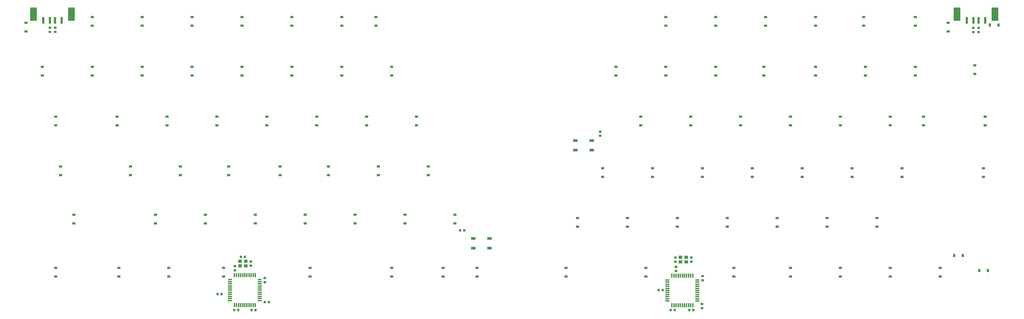
<source format=gbp>
G04 #@! TF.GenerationSoftware,KiCad,Pcbnew,5.1.5*
G04 #@! TF.CreationDate,2020-02-16T02:09:05+01:00*
G04 #@! TF.ProjectId,k8split,6b387370-6c69-4742-9e6b-696361645f70,rev?*
G04 #@! TF.SameCoordinates,Original*
G04 #@! TF.FileFunction,Paste,Bot*
G04 #@! TF.FilePolarity,Positive*
%FSLAX46Y46*%
G04 Gerber Fmt 4.6, Leading zero omitted, Abs format (unit mm)*
G04 Created by KiCad (PCBNEW 5.1.5) date 2020-02-16 02:09:05*
%MOMM*%
%LPD*%
G04 APERTURE LIST*
%ADD10C,0.100000*%
%ADD11R,1.800000X1.100000*%
%ADD12R,1.200000X0.900000*%
%ADD13R,0.900000X1.200000*%
%ADD14R,2.500000X5.150000*%
%ADD15R,0.900000X2.500000*%
%ADD16R,1.400000X1.200000*%
%ADD17R,0.550000X1.500000*%
%ADD18R,1.500000X0.550000*%
G04 APERTURE END LIST*
D10*
G36*
X204493691Y-137460053D02*
G01*
X204514926Y-137463203D01*
X204535750Y-137468419D01*
X204555962Y-137475651D01*
X204575368Y-137484830D01*
X204593781Y-137495866D01*
X204611024Y-137508654D01*
X204626930Y-137523070D01*
X204641346Y-137538976D01*
X204654134Y-137556219D01*
X204665170Y-137574632D01*
X204674349Y-137594038D01*
X204681581Y-137614250D01*
X204686797Y-137635074D01*
X204689947Y-137656309D01*
X204691000Y-137677750D01*
X204691000Y-138115250D01*
X204689947Y-138136691D01*
X204686797Y-138157926D01*
X204681581Y-138178750D01*
X204674349Y-138198962D01*
X204665170Y-138218368D01*
X204654134Y-138236781D01*
X204641346Y-138254024D01*
X204626930Y-138269930D01*
X204611024Y-138284346D01*
X204593781Y-138297134D01*
X204575368Y-138308170D01*
X204555962Y-138317349D01*
X204535750Y-138324581D01*
X204514926Y-138329797D01*
X204493691Y-138332947D01*
X204472250Y-138334000D01*
X203959750Y-138334000D01*
X203938309Y-138332947D01*
X203917074Y-138329797D01*
X203896250Y-138324581D01*
X203876038Y-138317349D01*
X203856632Y-138308170D01*
X203838219Y-138297134D01*
X203820976Y-138284346D01*
X203805070Y-138269930D01*
X203790654Y-138254024D01*
X203777866Y-138236781D01*
X203766830Y-138218368D01*
X203757651Y-138198962D01*
X203750419Y-138178750D01*
X203745203Y-138157926D01*
X203742053Y-138136691D01*
X203741000Y-138115250D01*
X203741000Y-137677750D01*
X203742053Y-137656309D01*
X203745203Y-137635074D01*
X203750419Y-137614250D01*
X203757651Y-137594038D01*
X203766830Y-137574632D01*
X203777866Y-137556219D01*
X203790654Y-137538976D01*
X203805070Y-137523070D01*
X203820976Y-137508654D01*
X203838219Y-137495866D01*
X203856632Y-137484830D01*
X203876038Y-137475651D01*
X203896250Y-137468419D01*
X203917074Y-137463203D01*
X203938309Y-137460053D01*
X203959750Y-137459000D01*
X204472250Y-137459000D01*
X204493691Y-137460053D01*
G37*
G36*
X204493691Y-139035053D02*
G01*
X204514926Y-139038203D01*
X204535750Y-139043419D01*
X204555962Y-139050651D01*
X204575368Y-139059830D01*
X204593781Y-139070866D01*
X204611024Y-139083654D01*
X204626930Y-139098070D01*
X204641346Y-139113976D01*
X204654134Y-139131219D01*
X204665170Y-139149632D01*
X204674349Y-139169038D01*
X204681581Y-139189250D01*
X204686797Y-139210074D01*
X204689947Y-139231309D01*
X204691000Y-139252750D01*
X204691000Y-139690250D01*
X204689947Y-139711691D01*
X204686797Y-139732926D01*
X204681581Y-139753750D01*
X204674349Y-139773962D01*
X204665170Y-139793368D01*
X204654134Y-139811781D01*
X204641346Y-139829024D01*
X204626930Y-139844930D01*
X204611024Y-139859346D01*
X204593781Y-139872134D01*
X204575368Y-139883170D01*
X204555962Y-139892349D01*
X204535750Y-139899581D01*
X204514926Y-139904797D01*
X204493691Y-139907947D01*
X204472250Y-139909000D01*
X203959750Y-139909000D01*
X203938309Y-139907947D01*
X203917074Y-139904797D01*
X203896250Y-139899581D01*
X203876038Y-139892349D01*
X203856632Y-139883170D01*
X203838219Y-139872134D01*
X203820976Y-139859346D01*
X203805070Y-139844930D01*
X203790654Y-139829024D01*
X203777866Y-139811781D01*
X203766830Y-139793368D01*
X203757651Y-139773962D01*
X203750419Y-139753750D01*
X203745203Y-139732926D01*
X203742053Y-139711691D01*
X203741000Y-139690250D01*
X203741000Y-139252750D01*
X203742053Y-139231309D01*
X203745203Y-139210074D01*
X203750419Y-139189250D01*
X203757651Y-139169038D01*
X203766830Y-139149632D01*
X203777866Y-139131219D01*
X203790654Y-139113976D01*
X203805070Y-139098070D01*
X203820976Y-139083654D01*
X203838219Y-139070866D01*
X203856632Y-139059830D01*
X203876038Y-139050651D01*
X203896250Y-139043419D01*
X203917074Y-139038203D01*
X203938309Y-139035053D01*
X203959750Y-139034000D01*
X204472250Y-139034000D01*
X204493691Y-139035053D01*
G37*
G36*
X37552691Y-136686053D02*
G01*
X37573926Y-136689203D01*
X37594750Y-136694419D01*
X37614962Y-136701651D01*
X37634368Y-136710830D01*
X37652781Y-136721866D01*
X37670024Y-136734654D01*
X37685930Y-136749070D01*
X37700346Y-136764976D01*
X37713134Y-136782219D01*
X37724170Y-136800632D01*
X37733349Y-136820038D01*
X37740581Y-136840250D01*
X37745797Y-136861074D01*
X37748947Y-136882309D01*
X37750000Y-136903750D01*
X37750000Y-137416250D01*
X37748947Y-137437691D01*
X37745797Y-137458926D01*
X37740581Y-137479750D01*
X37733349Y-137499962D01*
X37724170Y-137519368D01*
X37713134Y-137537781D01*
X37700346Y-137555024D01*
X37685930Y-137570930D01*
X37670024Y-137585346D01*
X37652781Y-137598134D01*
X37634368Y-137609170D01*
X37614962Y-137618349D01*
X37594750Y-137625581D01*
X37573926Y-137630797D01*
X37552691Y-137633947D01*
X37531250Y-137635000D01*
X37093750Y-137635000D01*
X37072309Y-137633947D01*
X37051074Y-137630797D01*
X37030250Y-137625581D01*
X37010038Y-137618349D01*
X36990632Y-137609170D01*
X36972219Y-137598134D01*
X36954976Y-137585346D01*
X36939070Y-137570930D01*
X36924654Y-137555024D01*
X36911866Y-137537781D01*
X36900830Y-137519368D01*
X36891651Y-137499962D01*
X36884419Y-137479750D01*
X36879203Y-137458926D01*
X36876053Y-137437691D01*
X36875000Y-137416250D01*
X36875000Y-136903750D01*
X36876053Y-136882309D01*
X36879203Y-136861074D01*
X36884419Y-136840250D01*
X36891651Y-136820038D01*
X36900830Y-136800632D01*
X36911866Y-136782219D01*
X36924654Y-136764976D01*
X36939070Y-136749070D01*
X36954976Y-136734654D01*
X36972219Y-136721866D01*
X36990632Y-136710830D01*
X37010038Y-136701651D01*
X37030250Y-136694419D01*
X37051074Y-136689203D01*
X37072309Y-136686053D01*
X37093750Y-136685000D01*
X37531250Y-136685000D01*
X37552691Y-136686053D01*
G37*
G36*
X39127691Y-136686053D02*
G01*
X39148926Y-136689203D01*
X39169750Y-136694419D01*
X39189962Y-136701651D01*
X39209368Y-136710830D01*
X39227781Y-136721866D01*
X39245024Y-136734654D01*
X39260930Y-136749070D01*
X39275346Y-136764976D01*
X39288134Y-136782219D01*
X39299170Y-136800632D01*
X39308349Y-136820038D01*
X39315581Y-136840250D01*
X39320797Y-136861074D01*
X39323947Y-136882309D01*
X39325000Y-136903750D01*
X39325000Y-137416250D01*
X39323947Y-137437691D01*
X39320797Y-137458926D01*
X39315581Y-137479750D01*
X39308349Y-137499962D01*
X39299170Y-137519368D01*
X39288134Y-137537781D01*
X39275346Y-137555024D01*
X39260930Y-137570930D01*
X39245024Y-137585346D01*
X39227781Y-137598134D01*
X39209368Y-137609170D01*
X39189962Y-137618349D01*
X39169750Y-137625581D01*
X39148926Y-137630797D01*
X39127691Y-137633947D01*
X39106250Y-137635000D01*
X38668750Y-137635000D01*
X38647309Y-137633947D01*
X38626074Y-137630797D01*
X38605250Y-137625581D01*
X38585038Y-137618349D01*
X38565632Y-137609170D01*
X38547219Y-137598134D01*
X38529976Y-137585346D01*
X38514070Y-137570930D01*
X38499654Y-137555024D01*
X38486866Y-137537781D01*
X38475830Y-137519368D01*
X38466651Y-137499962D01*
X38459419Y-137479750D01*
X38454203Y-137458926D01*
X38451053Y-137437691D01*
X38450000Y-137416250D01*
X38450000Y-136903750D01*
X38451053Y-136882309D01*
X38454203Y-136861074D01*
X38459419Y-136840250D01*
X38466651Y-136820038D01*
X38475830Y-136800632D01*
X38486866Y-136782219D01*
X38499654Y-136764976D01*
X38514070Y-136749070D01*
X38529976Y-136734654D01*
X38547219Y-136721866D01*
X38565632Y-136710830D01*
X38585038Y-136701651D01*
X38605250Y-136694419D01*
X38626074Y-136689203D01*
X38647309Y-136686053D01*
X38668750Y-136685000D01*
X39106250Y-136685000D01*
X39127691Y-136686053D01*
G37*
G36*
X310132291Y-31872253D02*
G01*
X310153526Y-31875403D01*
X310174350Y-31880619D01*
X310194562Y-31887851D01*
X310213968Y-31897030D01*
X310232381Y-31908066D01*
X310249624Y-31920854D01*
X310265530Y-31935270D01*
X310279946Y-31951176D01*
X310292734Y-31968419D01*
X310303770Y-31986832D01*
X310312949Y-32006238D01*
X310320181Y-32026450D01*
X310325397Y-32047274D01*
X310328547Y-32068509D01*
X310329600Y-32089950D01*
X310329600Y-32527450D01*
X310328547Y-32548891D01*
X310325397Y-32570126D01*
X310320181Y-32590950D01*
X310312949Y-32611162D01*
X310303770Y-32630568D01*
X310292734Y-32648981D01*
X310279946Y-32666224D01*
X310265530Y-32682130D01*
X310249624Y-32696546D01*
X310232381Y-32709334D01*
X310213968Y-32720370D01*
X310194562Y-32729549D01*
X310174350Y-32736781D01*
X310153526Y-32741997D01*
X310132291Y-32745147D01*
X310110850Y-32746200D01*
X309598350Y-32746200D01*
X309576909Y-32745147D01*
X309555674Y-32741997D01*
X309534850Y-32736781D01*
X309514638Y-32729549D01*
X309495232Y-32720370D01*
X309476819Y-32709334D01*
X309459576Y-32696546D01*
X309443670Y-32682130D01*
X309429254Y-32666224D01*
X309416466Y-32648981D01*
X309405430Y-32630568D01*
X309396251Y-32611162D01*
X309389019Y-32590950D01*
X309383803Y-32570126D01*
X309380653Y-32548891D01*
X309379600Y-32527450D01*
X309379600Y-32089950D01*
X309380653Y-32068509D01*
X309383803Y-32047274D01*
X309389019Y-32026450D01*
X309396251Y-32006238D01*
X309405430Y-31986832D01*
X309416466Y-31968419D01*
X309429254Y-31951176D01*
X309443670Y-31935270D01*
X309459576Y-31920854D01*
X309476819Y-31908066D01*
X309495232Y-31897030D01*
X309514638Y-31887851D01*
X309534850Y-31880619D01*
X309555674Y-31875403D01*
X309576909Y-31872253D01*
X309598350Y-31871200D01*
X310110850Y-31871200D01*
X310132291Y-31872253D01*
G37*
G36*
X310132291Y-33447253D02*
G01*
X310153526Y-33450403D01*
X310174350Y-33455619D01*
X310194562Y-33462851D01*
X310213968Y-33472030D01*
X310232381Y-33483066D01*
X310249624Y-33495854D01*
X310265530Y-33510270D01*
X310279946Y-33526176D01*
X310292734Y-33543419D01*
X310303770Y-33561832D01*
X310312949Y-33581238D01*
X310320181Y-33601450D01*
X310325397Y-33622274D01*
X310328547Y-33643509D01*
X310329600Y-33664950D01*
X310329600Y-34102450D01*
X310328547Y-34123891D01*
X310325397Y-34145126D01*
X310320181Y-34165950D01*
X310312949Y-34186162D01*
X310303770Y-34205568D01*
X310292734Y-34223981D01*
X310279946Y-34241224D01*
X310265530Y-34257130D01*
X310249624Y-34271546D01*
X310232381Y-34284334D01*
X310213968Y-34295370D01*
X310194562Y-34304549D01*
X310174350Y-34311781D01*
X310153526Y-34316997D01*
X310132291Y-34320147D01*
X310110850Y-34321200D01*
X309598350Y-34321200D01*
X309576909Y-34320147D01*
X309555674Y-34316997D01*
X309534850Y-34311781D01*
X309514638Y-34304549D01*
X309495232Y-34295370D01*
X309476819Y-34284334D01*
X309459576Y-34271546D01*
X309443670Y-34257130D01*
X309429254Y-34241224D01*
X309416466Y-34223981D01*
X309405430Y-34205568D01*
X309396251Y-34186162D01*
X309389019Y-34165950D01*
X309383803Y-34145126D01*
X309380653Y-34123891D01*
X309379600Y-34102450D01*
X309379600Y-33664950D01*
X309380653Y-33643509D01*
X309383803Y-33622274D01*
X309389019Y-33601450D01*
X309396251Y-33581238D01*
X309405430Y-33561832D01*
X309416466Y-33543419D01*
X309429254Y-33526176D01*
X309443670Y-33510270D01*
X309459576Y-33495854D01*
X309476819Y-33483066D01*
X309495232Y-33472030D01*
X309514638Y-33462851D01*
X309534850Y-33455619D01*
X309555674Y-33450403D01*
X309576909Y-33447253D01*
X309598350Y-33446200D01*
X310110850Y-33446200D01*
X310132291Y-33447253D01*
G37*
G36*
X308100291Y-31872253D02*
G01*
X308121526Y-31875403D01*
X308142350Y-31880619D01*
X308162562Y-31887851D01*
X308181968Y-31897030D01*
X308200381Y-31908066D01*
X308217624Y-31920854D01*
X308233530Y-31935270D01*
X308247946Y-31951176D01*
X308260734Y-31968419D01*
X308271770Y-31986832D01*
X308280949Y-32006238D01*
X308288181Y-32026450D01*
X308293397Y-32047274D01*
X308296547Y-32068509D01*
X308297600Y-32089950D01*
X308297600Y-32527450D01*
X308296547Y-32548891D01*
X308293397Y-32570126D01*
X308288181Y-32590950D01*
X308280949Y-32611162D01*
X308271770Y-32630568D01*
X308260734Y-32648981D01*
X308247946Y-32666224D01*
X308233530Y-32682130D01*
X308217624Y-32696546D01*
X308200381Y-32709334D01*
X308181968Y-32720370D01*
X308162562Y-32729549D01*
X308142350Y-32736781D01*
X308121526Y-32741997D01*
X308100291Y-32745147D01*
X308078850Y-32746200D01*
X307566350Y-32746200D01*
X307544909Y-32745147D01*
X307523674Y-32741997D01*
X307502850Y-32736781D01*
X307482638Y-32729549D01*
X307463232Y-32720370D01*
X307444819Y-32709334D01*
X307427576Y-32696546D01*
X307411670Y-32682130D01*
X307397254Y-32666224D01*
X307384466Y-32648981D01*
X307373430Y-32630568D01*
X307364251Y-32611162D01*
X307357019Y-32590950D01*
X307351803Y-32570126D01*
X307348653Y-32548891D01*
X307347600Y-32527450D01*
X307347600Y-32089950D01*
X307348653Y-32068509D01*
X307351803Y-32047274D01*
X307357019Y-32026450D01*
X307364251Y-32006238D01*
X307373430Y-31986832D01*
X307384466Y-31968419D01*
X307397254Y-31951176D01*
X307411670Y-31935270D01*
X307427576Y-31920854D01*
X307444819Y-31908066D01*
X307463232Y-31897030D01*
X307482638Y-31887851D01*
X307502850Y-31880619D01*
X307523674Y-31875403D01*
X307544909Y-31872253D01*
X307566350Y-31871200D01*
X308078850Y-31871200D01*
X308100291Y-31872253D01*
G37*
G36*
X308100291Y-33447253D02*
G01*
X308121526Y-33450403D01*
X308142350Y-33455619D01*
X308162562Y-33462851D01*
X308181968Y-33472030D01*
X308200381Y-33483066D01*
X308217624Y-33495854D01*
X308233530Y-33510270D01*
X308247946Y-33526176D01*
X308260734Y-33543419D01*
X308271770Y-33561832D01*
X308280949Y-33581238D01*
X308288181Y-33601450D01*
X308293397Y-33622274D01*
X308296547Y-33643509D01*
X308297600Y-33664950D01*
X308297600Y-34102450D01*
X308296547Y-34123891D01*
X308293397Y-34145126D01*
X308288181Y-34165950D01*
X308280949Y-34186162D01*
X308271770Y-34205568D01*
X308260734Y-34223981D01*
X308247946Y-34241224D01*
X308233530Y-34257130D01*
X308217624Y-34271546D01*
X308200381Y-34284334D01*
X308181968Y-34295370D01*
X308162562Y-34304549D01*
X308142350Y-34311781D01*
X308121526Y-34316997D01*
X308100291Y-34320147D01*
X308078850Y-34321200D01*
X307566350Y-34321200D01*
X307544909Y-34320147D01*
X307523674Y-34316997D01*
X307502850Y-34311781D01*
X307482638Y-34304549D01*
X307463232Y-34295370D01*
X307444819Y-34284334D01*
X307427576Y-34271546D01*
X307411670Y-34257130D01*
X307397254Y-34241224D01*
X307384466Y-34223981D01*
X307373430Y-34205568D01*
X307364251Y-34186162D01*
X307357019Y-34165950D01*
X307351803Y-34145126D01*
X307348653Y-34123891D01*
X307347600Y-34102450D01*
X307347600Y-33664950D01*
X307348653Y-33643509D01*
X307351803Y-33622274D01*
X307357019Y-33601450D01*
X307364251Y-33581238D01*
X307373430Y-33561832D01*
X307384466Y-33543419D01*
X307397254Y-33526176D01*
X307411670Y-33510270D01*
X307427576Y-33495854D01*
X307444819Y-33483066D01*
X307463232Y-33472030D01*
X307482638Y-33462851D01*
X307502850Y-33455619D01*
X307523674Y-33450403D01*
X307544909Y-33447253D01*
X307566350Y-33446200D01*
X308078850Y-33446200D01*
X308100291Y-33447253D01*
G37*
G36*
X-42394309Y-31796053D02*
G01*
X-42373074Y-31799203D01*
X-42352250Y-31804419D01*
X-42332038Y-31811651D01*
X-42312632Y-31820830D01*
X-42294219Y-31831866D01*
X-42276976Y-31844654D01*
X-42261070Y-31859070D01*
X-42246654Y-31874976D01*
X-42233866Y-31892219D01*
X-42222830Y-31910632D01*
X-42213651Y-31930038D01*
X-42206419Y-31950250D01*
X-42201203Y-31971074D01*
X-42198053Y-31992309D01*
X-42197000Y-32013750D01*
X-42197000Y-32451250D01*
X-42198053Y-32472691D01*
X-42201203Y-32493926D01*
X-42206419Y-32514750D01*
X-42213651Y-32534962D01*
X-42222830Y-32554368D01*
X-42233866Y-32572781D01*
X-42246654Y-32590024D01*
X-42261070Y-32605930D01*
X-42276976Y-32620346D01*
X-42294219Y-32633134D01*
X-42312632Y-32644170D01*
X-42332038Y-32653349D01*
X-42352250Y-32660581D01*
X-42373074Y-32665797D01*
X-42394309Y-32668947D01*
X-42415750Y-32670000D01*
X-42928250Y-32670000D01*
X-42949691Y-32668947D01*
X-42970926Y-32665797D01*
X-42991750Y-32660581D01*
X-43011962Y-32653349D01*
X-43031368Y-32644170D01*
X-43049781Y-32633134D01*
X-43067024Y-32620346D01*
X-43082930Y-32605930D01*
X-43097346Y-32590024D01*
X-43110134Y-32572781D01*
X-43121170Y-32554368D01*
X-43130349Y-32534962D01*
X-43137581Y-32514750D01*
X-43142797Y-32493926D01*
X-43145947Y-32472691D01*
X-43147000Y-32451250D01*
X-43147000Y-32013750D01*
X-43145947Y-31992309D01*
X-43142797Y-31971074D01*
X-43137581Y-31950250D01*
X-43130349Y-31930038D01*
X-43121170Y-31910632D01*
X-43110134Y-31892219D01*
X-43097346Y-31874976D01*
X-43082930Y-31859070D01*
X-43067024Y-31844654D01*
X-43049781Y-31831866D01*
X-43031368Y-31820830D01*
X-43011962Y-31811651D01*
X-42991750Y-31804419D01*
X-42970926Y-31799203D01*
X-42949691Y-31796053D01*
X-42928250Y-31795000D01*
X-42415750Y-31795000D01*
X-42394309Y-31796053D01*
G37*
G36*
X-42394309Y-33371053D02*
G01*
X-42373074Y-33374203D01*
X-42352250Y-33379419D01*
X-42332038Y-33386651D01*
X-42312632Y-33395830D01*
X-42294219Y-33406866D01*
X-42276976Y-33419654D01*
X-42261070Y-33434070D01*
X-42246654Y-33449976D01*
X-42233866Y-33467219D01*
X-42222830Y-33485632D01*
X-42213651Y-33505038D01*
X-42206419Y-33525250D01*
X-42201203Y-33546074D01*
X-42198053Y-33567309D01*
X-42197000Y-33588750D01*
X-42197000Y-34026250D01*
X-42198053Y-34047691D01*
X-42201203Y-34068926D01*
X-42206419Y-34089750D01*
X-42213651Y-34109962D01*
X-42222830Y-34129368D01*
X-42233866Y-34147781D01*
X-42246654Y-34165024D01*
X-42261070Y-34180930D01*
X-42276976Y-34195346D01*
X-42294219Y-34208134D01*
X-42312632Y-34219170D01*
X-42332038Y-34228349D01*
X-42352250Y-34235581D01*
X-42373074Y-34240797D01*
X-42394309Y-34243947D01*
X-42415750Y-34245000D01*
X-42928250Y-34245000D01*
X-42949691Y-34243947D01*
X-42970926Y-34240797D01*
X-42991750Y-34235581D01*
X-43011962Y-34228349D01*
X-43031368Y-34219170D01*
X-43049781Y-34208134D01*
X-43067024Y-34195346D01*
X-43082930Y-34180930D01*
X-43097346Y-34165024D01*
X-43110134Y-34147781D01*
X-43121170Y-34129368D01*
X-43130349Y-34109962D01*
X-43137581Y-34089750D01*
X-43142797Y-34068926D01*
X-43145947Y-34047691D01*
X-43147000Y-34026250D01*
X-43147000Y-33588750D01*
X-43145947Y-33567309D01*
X-43142797Y-33546074D01*
X-43137581Y-33525250D01*
X-43130349Y-33505038D01*
X-43121170Y-33485632D01*
X-43110134Y-33467219D01*
X-43097346Y-33449976D01*
X-43082930Y-33434070D01*
X-43067024Y-33419654D01*
X-43049781Y-33406866D01*
X-43031368Y-33395830D01*
X-43011962Y-33386651D01*
X-42991750Y-33379419D01*
X-42970926Y-33374203D01*
X-42949691Y-33371053D01*
X-42928250Y-33370000D01*
X-42415750Y-33370000D01*
X-42394309Y-33371053D01*
G37*
G36*
X-44426309Y-31796053D02*
G01*
X-44405074Y-31799203D01*
X-44384250Y-31804419D01*
X-44364038Y-31811651D01*
X-44344632Y-31820830D01*
X-44326219Y-31831866D01*
X-44308976Y-31844654D01*
X-44293070Y-31859070D01*
X-44278654Y-31874976D01*
X-44265866Y-31892219D01*
X-44254830Y-31910632D01*
X-44245651Y-31930038D01*
X-44238419Y-31950250D01*
X-44233203Y-31971074D01*
X-44230053Y-31992309D01*
X-44229000Y-32013750D01*
X-44229000Y-32451250D01*
X-44230053Y-32472691D01*
X-44233203Y-32493926D01*
X-44238419Y-32514750D01*
X-44245651Y-32534962D01*
X-44254830Y-32554368D01*
X-44265866Y-32572781D01*
X-44278654Y-32590024D01*
X-44293070Y-32605930D01*
X-44308976Y-32620346D01*
X-44326219Y-32633134D01*
X-44344632Y-32644170D01*
X-44364038Y-32653349D01*
X-44384250Y-32660581D01*
X-44405074Y-32665797D01*
X-44426309Y-32668947D01*
X-44447750Y-32670000D01*
X-44960250Y-32670000D01*
X-44981691Y-32668947D01*
X-45002926Y-32665797D01*
X-45023750Y-32660581D01*
X-45043962Y-32653349D01*
X-45063368Y-32644170D01*
X-45081781Y-32633134D01*
X-45099024Y-32620346D01*
X-45114930Y-32605930D01*
X-45129346Y-32590024D01*
X-45142134Y-32572781D01*
X-45153170Y-32554368D01*
X-45162349Y-32534962D01*
X-45169581Y-32514750D01*
X-45174797Y-32493926D01*
X-45177947Y-32472691D01*
X-45179000Y-32451250D01*
X-45179000Y-32013750D01*
X-45177947Y-31992309D01*
X-45174797Y-31971074D01*
X-45169581Y-31950250D01*
X-45162349Y-31930038D01*
X-45153170Y-31910632D01*
X-45142134Y-31892219D01*
X-45129346Y-31874976D01*
X-45114930Y-31859070D01*
X-45099024Y-31844654D01*
X-45081781Y-31831866D01*
X-45063368Y-31820830D01*
X-45043962Y-31811651D01*
X-45023750Y-31804419D01*
X-45002926Y-31799203D01*
X-44981691Y-31796053D01*
X-44960250Y-31795000D01*
X-44447750Y-31795000D01*
X-44426309Y-31796053D01*
G37*
G36*
X-44426309Y-33371053D02*
G01*
X-44405074Y-33374203D01*
X-44384250Y-33379419D01*
X-44364038Y-33386651D01*
X-44344632Y-33395830D01*
X-44326219Y-33406866D01*
X-44308976Y-33419654D01*
X-44293070Y-33434070D01*
X-44278654Y-33449976D01*
X-44265866Y-33467219D01*
X-44254830Y-33485632D01*
X-44245651Y-33505038D01*
X-44238419Y-33525250D01*
X-44233203Y-33546074D01*
X-44230053Y-33567309D01*
X-44229000Y-33588750D01*
X-44229000Y-34026250D01*
X-44230053Y-34047691D01*
X-44233203Y-34068926D01*
X-44238419Y-34089750D01*
X-44245651Y-34109962D01*
X-44254830Y-34129368D01*
X-44265866Y-34147781D01*
X-44278654Y-34165024D01*
X-44293070Y-34180930D01*
X-44308976Y-34195346D01*
X-44326219Y-34208134D01*
X-44344632Y-34219170D01*
X-44364038Y-34228349D01*
X-44384250Y-34235581D01*
X-44405074Y-34240797D01*
X-44426309Y-34243947D01*
X-44447750Y-34245000D01*
X-44960250Y-34245000D01*
X-44981691Y-34243947D01*
X-45002926Y-34240797D01*
X-45023750Y-34235581D01*
X-45043962Y-34228349D01*
X-45063368Y-34219170D01*
X-45081781Y-34208134D01*
X-45099024Y-34195346D01*
X-45114930Y-34180930D01*
X-45129346Y-34165024D01*
X-45142134Y-34147781D01*
X-45153170Y-34129368D01*
X-45162349Y-34109962D01*
X-45169581Y-34089750D01*
X-45174797Y-34068926D01*
X-45177947Y-34047691D01*
X-45179000Y-34026250D01*
X-45179000Y-33588750D01*
X-45177947Y-33567309D01*
X-45174797Y-33546074D01*
X-45169581Y-33525250D01*
X-45162349Y-33505038D01*
X-45153170Y-33485632D01*
X-45142134Y-33467219D01*
X-45129346Y-33449976D01*
X-45114930Y-33434070D01*
X-45099024Y-33419654D01*
X-45081781Y-33406866D01*
X-45063368Y-33395830D01*
X-45043962Y-33386651D01*
X-45023750Y-33379419D01*
X-45002926Y-33374203D01*
X-44981691Y-33371053D01*
X-44960250Y-33370000D01*
X-44447750Y-33370000D01*
X-44426309Y-33371053D01*
G37*
G36*
X165631691Y-71547053D02*
G01*
X165652926Y-71550203D01*
X165673750Y-71555419D01*
X165693962Y-71562651D01*
X165713368Y-71571830D01*
X165731781Y-71582866D01*
X165749024Y-71595654D01*
X165764930Y-71610070D01*
X165779346Y-71625976D01*
X165792134Y-71643219D01*
X165803170Y-71661632D01*
X165812349Y-71681038D01*
X165819581Y-71701250D01*
X165824797Y-71722074D01*
X165827947Y-71743309D01*
X165829000Y-71764750D01*
X165829000Y-72202250D01*
X165827947Y-72223691D01*
X165824797Y-72244926D01*
X165819581Y-72265750D01*
X165812349Y-72285962D01*
X165803170Y-72305368D01*
X165792134Y-72323781D01*
X165779346Y-72341024D01*
X165764930Y-72356930D01*
X165749024Y-72371346D01*
X165731781Y-72384134D01*
X165713368Y-72395170D01*
X165693962Y-72404349D01*
X165673750Y-72411581D01*
X165652926Y-72416797D01*
X165631691Y-72419947D01*
X165610250Y-72421000D01*
X165097750Y-72421000D01*
X165076309Y-72419947D01*
X165055074Y-72416797D01*
X165034250Y-72411581D01*
X165014038Y-72404349D01*
X164994632Y-72395170D01*
X164976219Y-72384134D01*
X164958976Y-72371346D01*
X164943070Y-72356930D01*
X164928654Y-72341024D01*
X164915866Y-72323781D01*
X164904830Y-72305368D01*
X164895651Y-72285962D01*
X164888419Y-72265750D01*
X164883203Y-72244926D01*
X164880053Y-72223691D01*
X164879000Y-72202250D01*
X164879000Y-71764750D01*
X164880053Y-71743309D01*
X164883203Y-71722074D01*
X164888419Y-71701250D01*
X164895651Y-71681038D01*
X164904830Y-71661632D01*
X164915866Y-71643219D01*
X164928654Y-71625976D01*
X164943070Y-71610070D01*
X164958976Y-71595654D01*
X164976219Y-71582866D01*
X164994632Y-71571830D01*
X165014038Y-71562651D01*
X165034250Y-71555419D01*
X165055074Y-71550203D01*
X165076309Y-71547053D01*
X165097750Y-71546000D01*
X165610250Y-71546000D01*
X165631691Y-71547053D01*
G37*
G36*
X165631691Y-73122053D02*
G01*
X165652926Y-73125203D01*
X165673750Y-73130419D01*
X165693962Y-73137651D01*
X165713368Y-73146830D01*
X165731781Y-73157866D01*
X165749024Y-73170654D01*
X165764930Y-73185070D01*
X165779346Y-73200976D01*
X165792134Y-73218219D01*
X165803170Y-73236632D01*
X165812349Y-73256038D01*
X165819581Y-73276250D01*
X165824797Y-73297074D01*
X165827947Y-73318309D01*
X165829000Y-73339750D01*
X165829000Y-73777250D01*
X165827947Y-73798691D01*
X165824797Y-73819926D01*
X165819581Y-73840750D01*
X165812349Y-73860962D01*
X165803170Y-73880368D01*
X165792134Y-73898781D01*
X165779346Y-73916024D01*
X165764930Y-73931930D01*
X165749024Y-73946346D01*
X165731781Y-73959134D01*
X165713368Y-73970170D01*
X165693962Y-73979349D01*
X165673750Y-73986581D01*
X165652926Y-73991797D01*
X165631691Y-73994947D01*
X165610250Y-73996000D01*
X165097750Y-73996000D01*
X165076309Y-73994947D01*
X165055074Y-73991797D01*
X165034250Y-73986581D01*
X165014038Y-73979349D01*
X164994632Y-73970170D01*
X164976219Y-73959134D01*
X164958976Y-73946346D01*
X164943070Y-73931930D01*
X164928654Y-73916024D01*
X164915866Y-73898781D01*
X164904830Y-73880368D01*
X164895651Y-73860962D01*
X164888419Y-73840750D01*
X164883203Y-73819926D01*
X164880053Y-73798691D01*
X164879000Y-73777250D01*
X164879000Y-73339750D01*
X164880053Y-73318309D01*
X164883203Y-73297074D01*
X164888419Y-73276250D01*
X164895651Y-73256038D01*
X164904830Y-73236632D01*
X164915866Y-73218219D01*
X164928654Y-73200976D01*
X164943070Y-73185070D01*
X164958976Y-73170654D01*
X164976219Y-73157866D01*
X164994632Y-73146830D01*
X165014038Y-73137651D01*
X165034250Y-73130419D01*
X165055074Y-73125203D01*
X165076309Y-73122053D01*
X165097750Y-73121000D01*
X165610250Y-73121000D01*
X165631691Y-73122053D01*
G37*
G36*
X112101691Y-109254053D02*
G01*
X112122926Y-109257203D01*
X112143750Y-109262419D01*
X112163962Y-109269651D01*
X112183368Y-109278830D01*
X112201781Y-109289866D01*
X112219024Y-109302654D01*
X112234930Y-109317070D01*
X112249346Y-109332976D01*
X112262134Y-109350219D01*
X112273170Y-109368632D01*
X112282349Y-109388038D01*
X112289581Y-109408250D01*
X112294797Y-109429074D01*
X112297947Y-109450309D01*
X112299000Y-109471750D01*
X112299000Y-109984250D01*
X112297947Y-110005691D01*
X112294797Y-110026926D01*
X112289581Y-110047750D01*
X112282349Y-110067962D01*
X112273170Y-110087368D01*
X112262134Y-110105781D01*
X112249346Y-110123024D01*
X112234930Y-110138930D01*
X112219024Y-110153346D01*
X112201781Y-110166134D01*
X112183368Y-110177170D01*
X112163962Y-110186349D01*
X112143750Y-110193581D01*
X112122926Y-110198797D01*
X112101691Y-110201947D01*
X112080250Y-110203000D01*
X111642750Y-110203000D01*
X111621309Y-110201947D01*
X111600074Y-110198797D01*
X111579250Y-110193581D01*
X111559038Y-110186349D01*
X111539632Y-110177170D01*
X111521219Y-110166134D01*
X111503976Y-110153346D01*
X111488070Y-110138930D01*
X111473654Y-110123024D01*
X111460866Y-110105781D01*
X111449830Y-110087368D01*
X111440651Y-110067962D01*
X111433419Y-110047750D01*
X111428203Y-110026926D01*
X111425053Y-110005691D01*
X111424000Y-109984250D01*
X111424000Y-109471750D01*
X111425053Y-109450309D01*
X111428203Y-109429074D01*
X111433419Y-109408250D01*
X111440651Y-109388038D01*
X111449830Y-109368632D01*
X111460866Y-109350219D01*
X111473654Y-109332976D01*
X111488070Y-109317070D01*
X111503976Y-109302654D01*
X111521219Y-109289866D01*
X111539632Y-109278830D01*
X111559038Y-109269651D01*
X111579250Y-109262419D01*
X111600074Y-109257203D01*
X111621309Y-109254053D01*
X111642750Y-109253000D01*
X112080250Y-109253000D01*
X112101691Y-109254053D01*
G37*
G36*
X113676691Y-109254053D02*
G01*
X113697926Y-109257203D01*
X113718750Y-109262419D01*
X113738962Y-109269651D01*
X113758368Y-109278830D01*
X113776781Y-109289866D01*
X113794024Y-109302654D01*
X113809930Y-109317070D01*
X113824346Y-109332976D01*
X113837134Y-109350219D01*
X113848170Y-109368632D01*
X113857349Y-109388038D01*
X113864581Y-109408250D01*
X113869797Y-109429074D01*
X113872947Y-109450309D01*
X113874000Y-109471750D01*
X113874000Y-109984250D01*
X113872947Y-110005691D01*
X113869797Y-110026926D01*
X113864581Y-110047750D01*
X113857349Y-110067962D01*
X113848170Y-110087368D01*
X113837134Y-110105781D01*
X113824346Y-110123024D01*
X113809930Y-110138930D01*
X113794024Y-110153346D01*
X113776781Y-110166134D01*
X113758368Y-110177170D01*
X113738962Y-110186349D01*
X113718750Y-110193581D01*
X113697926Y-110198797D01*
X113676691Y-110201947D01*
X113655250Y-110203000D01*
X113217750Y-110203000D01*
X113196309Y-110201947D01*
X113175074Y-110198797D01*
X113154250Y-110193581D01*
X113134038Y-110186349D01*
X113114632Y-110177170D01*
X113096219Y-110166134D01*
X113078976Y-110153346D01*
X113063070Y-110138930D01*
X113048654Y-110123024D01*
X113035866Y-110105781D01*
X113024830Y-110087368D01*
X113015651Y-110067962D01*
X113008419Y-110047750D01*
X113003203Y-110026926D01*
X113000053Y-110005691D01*
X112999000Y-109984250D01*
X112999000Y-109471750D01*
X113000053Y-109450309D01*
X113003203Y-109429074D01*
X113008419Y-109408250D01*
X113015651Y-109388038D01*
X113024830Y-109368632D01*
X113035866Y-109350219D01*
X113048654Y-109332976D01*
X113063070Y-109317070D01*
X113078976Y-109302654D01*
X113096219Y-109289866D01*
X113114632Y-109278830D01*
X113134038Y-109269651D01*
X113154250Y-109262419D01*
X113175074Y-109257203D01*
X113196309Y-109254053D01*
X113217750Y-109253000D01*
X113655250Y-109253000D01*
X113676691Y-109254053D01*
G37*
D11*
X162104000Y-75366000D03*
X155904000Y-79066000D03*
X162104000Y-79066000D03*
X155904000Y-75366000D03*
D12*
X-47625000Y-50545000D03*
X-47625000Y-47245000D03*
X-42545000Y-69595000D03*
X-42545000Y-66295000D03*
X-40640000Y-88645000D03*
X-40640000Y-85345000D03*
X-35560000Y-107060000D03*
X-35560000Y-103760000D03*
X-42545000Y-127380000D03*
X-42545000Y-124080000D03*
X-28575000Y-31495000D03*
X-28575000Y-28195000D03*
X-28575000Y-50545000D03*
X-28575000Y-47245000D03*
X-19050000Y-69595000D03*
X-19050000Y-66295000D03*
X-13970000Y-88645000D03*
X-13970000Y-85345000D03*
X-4445000Y-107060000D03*
X-4445000Y-103760000D03*
X-18415000Y-127380000D03*
X-18415000Y-124080000D03*
X-9525000Y-28195000D03*
X-9525000Y-31495000D03*
X-9525000Y-50545000D03*
X-9525000Y-47245000D03*
X0Y-69595000D03*
X0Y-66295000D03*
X5080000Y-88645000D03*
X5080000Y-85345000D03*
X14605000Y-107060000D03*
X14605000Y-103760000D03*
X635000Y-127380000D03*
X635000Y-124080000D03*
X9525000Y-31495000D03*
X9525000Y-28195000D03*
X9525000Y-50545000D03*
X9525000Y-47245000D03*
X19050000Y-69595000D03*
X19050000Y-66295000D03*
X23495000Y-88645000D03*
X23495000Y-85345000D03*
X33655000Y-107060000D03*
X33655000Y-103760000D03*
X21590000Y-127380000D03*
X21590000Y-124080000D03*
X28575000Y-31495000D03*
X28575000Y-28195000D03*
X28575000Y-50545000D03*
X28575000Y-47245000D03*
X38100000Y-69595000D03*
X38100000Y-66295000D03*
X43180000Y-88645000D03*
X43180000Y-85345000D03*
X52705000Y-107060000D03*
X52705000Y-103760000D03*
X54610000Y-127380000D03*
X54610000Y-124080000D03*
X47625000Y-31495000D03*
X47625000Y-28195000D03*
X47625000Y-50545000D03*
X47625000Y-47245000D03*
X57150000Y-69595000D03*
X57150000Y-66295000D03*
X61595000Y-88645000D03*
X61595000Y-85345000D03*
X71755000Y-107060000D03*
X71755000Y-103760000D03*
X85725000Y-127380000D03*
X85725000Y-124080000D03*
X66675000Y-31495000D03*
X66675000Y-28195000D03*
X66675000Y-50545000D03*
X66675000Y-47245000D03*
X76200000Y-69595000D03*
X76200000Y-66295000D03*
X80645000Y-88645000D03*
X80645000Y-85345000D03*
X90805000Y-107060000D03*
X90805000Y-103760000D03*
X105410000Y-127380000D03*
X105410000Y-124080000D03*
X79756000Y-31495000D03*
X79756000Y-28195000D03*
X85725000Y-50545000D03*
X85725000Y-47245000D03*
X95250000Y-69595000D03*
X95250000Y-66295000D03*
X99695000Y-88645000D03*
X99695000Y-85345000D03*
X109855000Y-107060000D03*
X109855000Y-103760000D03*
X118364000Y-127380000D03*
X118364000Y-124080000D03*
X190373000Y-31495000D03*
X190373000Y-28195000D03*
X171323000Y-50545000D03*
X171323000Y-47245000D03*
X180848000Y-69595000D03*
X180848000Y-66295000D03*
X166243000Y-89280000D03*
X166243000Y-85980000D03*
X156718000Y-108330000D03*
X156718000Y-105030000D03*
X152273000Y-127380000D03*
X152273000Y-124080000D03*
X209423000Y-31495000D03*
X209423000Y-28195000D03*
X190373000Y-50545000D03*
X190373000Y-47245000D03*
X199898000Y-69595000D03*
X199898000Y-66295000D03*
X185293000Y-89280000D03*
X185293000Y-85980000D03*
X175768000Y-108330000D03*
X175768000Y-105030000D03*
X182753000Y-127380000D03*
X182753000Y-124080000D03*
X228473000Y-31495000D03*
X228473000Y-28195000D03*
X209423000Y-50545000D03*
X209423000Y-47245000D03*
X218948000Y-69595000D03*
X218948000Y-66295000D03*
X204343000Y-89280000D03*
X204343000Y-85980000D03*
X194818000Y-108330000D03*
X194818000Y-105030000D03*
X216408000Y-127380000D03*
X216408000Y-124080000D03*
X247523000Y-31495000D03*
X247523000Y-28195000D03*
X227838000Y-50545000D03*
X227838000Y-47245000D03*
X237998000Y-69595000D03*
X237998000Y-66295000D03*
X223393000Y-89280000D03*
X223393000Y-85980000D03*
X213868000Y-108330000D03*
X213868000Y-105030000D03*
X237998000Y-127380000D03*
X237998000Y-124080000D03*
X265938000Y-31495000D03*
X265938000Y-28195000D03*
X247523000Y-50545000D03*
X247523000Y-47245000D03*
X257048000Y-69595000D03*
X257048000Y-66295000D03*
X242443000Y-89280000D03*
X242443000Y-85980000D03*
X232918000Y-108330000D03*
X232918000Y-105030000D03*
X257048000Y-127380000D03*
X257048000Y-124080000D03*
X285623000Y-31495000D03*
X285623000Y-28195000D03*
X266573000Y-50545000D03*
X266573000Y-47245000D03*
X276098000Y-69595000D03*
X276098000Y-66295000D03*
X261493000Y-89280000D03*
X261493000Y-85980000D03*
X251968000Y-108330000D03*
X251968000Y-105030000D03*
X276098000Y-127380000D03*
X276098000Y-124080000D03*
X298196000Y-30354000D03*
X298196000Y-33654000D03*
X288798000Y-69595000D03*
X288798000Y-66295000D03*
X280543000Y-89280000D03*
X280543000Y-85980000D03*
X271018000Y-108330000D03*
X271018000Y-105030000D03*
X295148000Y-127380000D03*
X295148000Y-124080000D03*
D13*
X317372000Y-31242000D03*
X314072000Y-31242000D03*
D12*
X308356000Y-49910000D03*
X308356000Y-46610000D03*
X312293000Y-69595000D03*
X312293000Y-66295000D03*
X311658000Y-89280000D03*
X311658000Y-85980000D03*
D13*
X303783000Y-119380000D03*
X300483000Y-119380000D03*
X313308000Y-125095000D03*
X310008000Y-125095000D03*
D12*
X-53848000Y-30354000D03*
X-53848000Y-33654000D03*
X285623000Y-50545000D03*
X285623000Y-47245000D03*
D10*
G36*
X204747691Y-126792053D02*
G01*
X204768926Y-126795203D01*
X204789750Y-126800419D01*
X204809962Y-126807651D01*
X204829368Y-126816830D01*
X204847781Y-126827866D01*
X204865024Y-126840654D01*
X204880930Y-126855070D01*
X204895346Y-126870976D01*
X204908134Y-126888219D01*
X204919170Y-126906632D01*
X204928349Y-126926038D01*
X204935581Y-126946250D01*
X204940797Y-126967074D01*
X204943947Y-126988309D01*
X204945000Y-127009750D01*
X204945000Y-127447250D01*
X204943947Y-127468691D01*
X204940797Y-127489926D01*
X204935581Y-127510750D01*
X204928349Y-127530962D01*
X204919170Y-127550368D01*
X204908134Y-127568781D01*
X204895346Y-127586024D01*
X204880930Y-127601930D01*
X204865024Y-127616346D01*
X204847781Y-127629134D01*
X204829368Y-127640170D01*
X204809962Y-127649349D01*
X204789750Y-127656581D01*
X204768926Y-127661797D01*
X204747691Y-127664947D01*
X204726250Y-127666000D01*
X204213750Y-127666000D01*
X204192309Y-127664947D01*
X204171074Y-127661797D01*
X204150250Y-127656581D01*
X204130038Y-127649349D01*
X204110632Y-127640170D01*
X204092219Y-127629134D01*
X204074976Y-127616346D01*
X204059070Y-127601930D01*
X204044654Y-127586024D01*
X204031866Y-127568781D01*
X204020830Y-127550368D01*
X204011651Y-127530962D01*
X204004419Y-127510750D01*
X203999203Y-127489926D01*
X203996053Y-127468691D01*
X203995000Y-127447250D01*
X203995000Y-127009750D01*
X203996053Y-126988309D01*
X203999203Y-126967074D01*
X204004419Y-126946250D01*
X204011651Y-126926038D01*
X204020830Y-126906632D01*
X204031866Y-126888219D01*
X204044654Y-126870976D01*
X204059070Y-126855070D01*
X204074976Y-126840654D01*
X204092219Y-126827866D01*
X204110632Y-126816830D01*
X204130038Y-126807651D01*
X204150250Y-126800419D01*
X204171074Y-126795203D01*
X204192309Y-126792053D01*
X204213750Y-126791000D01*
X204726250Y-126791000D01*
X204747691Y-126792053D01*
G37*
G36*
X204747691Y-128367053D02*
G01*
X204768926Y-128370203D01*
X204789750Y-128375419D01*
X204809962Y-128382651D01*
X204829368Y-128391830D01*
X204847781Y-128402866D01*
X204865024Y-128415654D01*
X204880930Y-128430070D01*
X204895346Y-128445976D01*
X204908134Y-128463219D01*
X204919170Y-128481632D01*
X204928349Y-128501038D01*
X204935581Y-128521250D01*
X204940797Y-128542074D01*
X204943947Y-128563309D01*
X204945000Y-128584750D01*
X204945000Y-129022250D01*
X204943947Y-129043691D01*
X204940797Y-129064926D01*
X204935581Y-129085750D01*
X204928349Y-129105962D01*
X204919170Y-129125368D01*
X204908134Y-129143781D01*
X204895346Y-129161024D01*
X204880930Y-129176930D01*
X204865024Y-129191346D01*
X204847781Y-129204134D01*
X204829368Y-129215170D01*
X204809962Y-129224349D01*
X204789750Y-129231581D01*
X204768926Y-129236797D01*
X204747691Y-129239947D01*
X204726250Y-129241000D01*
X204213750Y-129241000D01*
X204192309Y-129239947D01*
X204171074Y-129236797D01*
X204150250Y-129231581D01*
X204130038Y-129224349D01*
X204110632Y-129215170D01*
X204092219Y-129204134D01*
X204074976Y-129191346D01*
X204059070Y-129176930D01*
X204044654Y-129161024D01*
X204031866Y-129143781D01*
X204020830Y-129125368D01*
X204011651Y-129105962D01*
X204004419Y-129085750D01*
X203999203Y-129064926D01*
X203996053Y-129043691D01*
X203995000Y-129022250D01*
X203995000Y-128584750D01*
X203996053Y-128563309D01*
X203999203Y-128542074D01*
X204004419Y-128521250D01*
X204011651Y-128501038D01*
X204020830Y-128481632D01*
X204031866Y-128463219D01*
X204044654Y-128445976D01*
X204059070Y-128430070D01*
X204074976Y-128415654D01*
X204092219Y-128402866D01*
X204110632Y-128391830D01*
X204130038Y-128382651D01*
X204150250Y-128375419D01*
X204171074Y-128370203D01*
X204192309Y-128367053D01*
X204213750Y-128366000D01*
X204726250Y-128366000D01*
X204747691Y-128367053D01*
G37*
D14*
X316058000Y-27089000D03*
X301558000Y-27089000D03*
D15*
X312308000Y-29464000D03*
X309808000Y-29464000D03*
X307808000Y-29464000D03*
X305308000Y-29464000D03*
D14*
X-36494000Y-27089000D03*
X-50994000Y-27089000D03*
D15*
X-40244000Y-29464000D03*
X-42744000Y-29464000D03*
X-44744000Y-29464000D03*
X-47244000Y-29464000D03*
D10*
G36*
X37615691Y-127554053D02*
G01*
X37636926Y-127557203D01*
X37657750Y-127562419D01*
X37677962Y-127569651D01*
X37697368Y-127578830D01*
X37715781Y-127589866D01*
X37733024Y-127602654D01*
X37748930Y-127617070D01*
X37763346Y-127632976D01*
X37776134Y-127650219D01*
X37787170Y-127668632D01*
X37796349Y-127688038D01*
X37803581Y-127708250D01*
X37808797Y-127729074D01*
X37811947Y-127750309D01*
X37813000Y-127771750D01*
X37813000Y-128209250D01*
X37811947Y-128230691D01*
X37808797Y-128251926D01*
X37803581Y-128272750D01*
X37796349Y-128292962D01*
X37787170Y-128312368D01*
X37776134Y-128330781D01*
X37763346Y-128348024D01*
X37748930Y-128363930D01*
X37733024Y-128378346D01*
X37715781Y-128391134D01*
X37697368Y-128402170D01*
X37677962Y-128411349D01*
X37657750Y-128418581D01*
X37636926Y-128423797D01*
X37615691Y-128426947D01*
X37594250Y-128428000D01*
X37081750Y-128428000D01*
X37060309Y-128426947D01*
X37039074Y-128423797D01*
X37018250Y-128418581D01*
X36998038Y-128411349D01*
X36978632Y-128402170D01*
X36960219Y-128391134D01*
X36942976Y-128378346D01*
X36927070Y-128363930D01*
X36912654Y-128348024D01*
X36899866Y-128330781D01*
X36888830Y-128312368D01*
X36879651Y-128292962D01*
X36872419Y-128272750D01*
X36867203Y-128251926D01*
X36864053Y-128230691D01*
X36863000Y-128209250D01*
X36863000Y-127771750D01*
X36864053Y-127750309D01*
X36867203Y-127729074D01*
X36872419Y-127708250D01*
X36879651Y-127688038D01*
X36888830Y-127668632D01*
X36899866Y-127650219D01*
X36912654Y-127632976D01*
X36927070Y-127617070D01*
X36942976Y-127602654D01*
X36960219Y-127589866D01*
X36978632Y-127578830D01*
X36998038Y-127569651D01*
X37018250Y-127562419D01*
X37039074Y-127557203D01*
X37060309Y-127554053D01*
X37081750Y-127553000D01*
X37594250Y-127553000D01*
X37615691Y-127554053D01*
G37*
G36*
X37615691Y-129129053D02*
G01*
X37636926Y-129132203D01*
X37657750Y-129137419D01*
X37677962Y-129144651D01*
X37697368Y-129153830D01*
X37715781Y-129164866D01*
X37733024Y-129177654D01*
X37748930Y-129192070D01*
X37763346Y-129207976D01*
X37776134Y-129225219D01*
X37787170Y-129243632D01*
X37796349Y-129263038D01*
X37803581Y-129283250D01*
X37808797Y-129304074D01*
X37811947Y-129325309D01*
X37813000Y-129346750D01*
X37813000Y-129784250D01*
X37811947Y-129805691D01*
X37808797Y-129826926D01*
X37803581Y-129847750D01*
X37796349Y-129867962D01*
X37787170Y-129887368D01*
X37776134Y-129905781D01*
X37763346Y-129923024D01*
X37748930Y-129938930D01*
X37733024Y-129953346D01*
X37715781Y-129966134D01*
X37697368Y-129977170D01*
X37677962Y-129986349D01*
X37657750Y-129993581D01*
X37636926Y-129998797D01*
X37615691Y-130001947D01*
X37594250Y-130003000D01*
X37081750Y-130003000D01*
X37060309Y-130001947D01*
X37039074Y-129998797D01*
X37018250Y-129993581D01*
X36998038Y-129986349D01*
X36978632Y-129977170D01*
X36960219Y-129966134D01*
X36942976Y-129953346D01*
X36927070Y-129938930D01*
X36912654Y-129923024D01*
X36899866Y-129905781D01*
X36888830Y-129887368D01*
X36879651Y-129867962D01*
X36872419Y-129847750D01*
X36867203Y-129826926D01*
X36864053Y-129805691D01*
X36863000Y-129784250D01*
X36863000Y-129346750D01*
X36864053Y-129325309D01*
X36867203Y-129304074D01*
X36872419Y-129283250D01*
X36879651Y-129263038D01*
X36888830Y-129243632D01*
X36899866Y-129225219D01*
X36912654Y-129207976D01*
X36927070Y-129192070D01*
X36942976Y-129177654D01*
X36960219Y-129164866D01*
X36978632Y-129153830D01*
X36998038Y-129144651D01*
X37018250Y-129137419D01*
X37039074Y-129132203D01*
X37060309Y-129129053D01*
X37081750Y-129128000D01*
X37594250Y-129128000D01*
X37615691Y-129129053D01*
G37*
G36*
X29983691Y-119414053D02*
G01*
X30004926Y-119417203D01*
X30025750Y-119422419D01*
X30045962Y-119429651D01*
X30065368Y-119438830D01*
X30083781Y-119449866D01*
X30101024Y-119462654D01*
X30116930Y-119477070D01*
X30131346Y-119492976D01*
X30144134Y-119510219D01*
X30155170Y-119528632D01*
X30164349Y-119548038D01*
X30171581Y-119568250D01*
X30176797Y-119589074D01*
X30179947Y-119610309D01*
X30181000Y-119631750D01*
X30181000Y-120144250D01*
X30179947Y-120165691D01*
X30176797Y-120186926D01*
X30171581Y-120207750D01*
X30164349Y-120227962D01*
X30155170Y-120247368D01*
X30144134Y-120265781D01*
X30131346Y-120283024D01*
X30116930Y-120298930D01*
X30101024Y-120313346D01*
X30083781Y-120326134D01*
X30065368Y-120337170D01*
X30045962Y-120346349D01*
X30025750Y-120353581D01*
X30004926Y-120358797D01*
X29983691Y-120361947D01*
X29962250Y-120363000D01*
X29524750Y-120363000D01*
X29503309Y-120361947D01*
X29482074Y-120358797D01*
X29461250Y-120353581D01*
X29441038Y-120346349D01*
X29421632Y-120337170D01*
X29403219Y-120326134D01*
X29385976Y-120313346D01*
X29370070Y-120298930D01*
X29355654Y-120283024D01*
X29342866Y-120265781D01*
X29331830Y-120247368D01*
X29322651Y-120227962D01*
X29315419Y-120207750D01*
X29310203Y-120186926D01*
X29307053Y-120165691D01*
X29306000Y-120144250D01*
X29306000Y-119631750D01*
X29307053Y-119610309D01*
X29310203Y-119589074D01*
X29315419Y-119568250D01*
X29322651Y-119548038D01*
X29331830Y-119528632D01*
X29342866Y-119510219D01*
X29355654Y-119492976D01*
X29370070Y-119477070D01*
X29385976Y-119462654D01*
X29403219Y-119449866D01*
X29421632Y-119438830D01*
X29441038Y-119429651D01*
X29461250Y-119422419D01*
X29482074Y-119417203D01*
X29503309Y-119414053D01*
X29524750Y-119413000D01*
X29962250Y-119413000D01*
X29983691Y-119414053D01*
G37*
G36*
X28408691Y-119414053D02*
G01*
X28429926Y-119417203D01*
X28450750Y-119422419D01*
X28470962Y-119429651D01*
X28490368Y-119438830D01*
X28508781Y-119449866D01*
X28526024Y-119462654D01*
X28541930Y-119477070D01*
X28556346Y-119492976D01*
X28569134Y-119510219D01*
X28580170Y-119528632D01*
X28589349Y-119548038D01*
X28596581Y-119568250D01*
X28601797Y-119589074D01*
X28604947Y-119610309D01*
X28606000Y-119631750D01*
X28606000Y-120144250D01*
X28604947Y-120165691D01*
X28601797Y-120186926D01*
X28596581Y-120207750D01*
X28589349Y-120227962D01*
X28580170Y-120247368D01*
X28569134Y-120265781D01*
X28556346Y-120283024D01*
X28541930Y-120298930D01*
X28526024Y-120313346D01*
X28508781Y-120326134D01*
X28490368Y-120337170D01*
X28470962Y-120346349D01*
X28450750Y-120353581D01*
X28429926Y-120358797D01*
X28408691Y-120361947D01*
X28387250Y-120363000D01*
X27949750Y-120363000D01*
X27928309Y-120361947D01*
X27907074Y-120358797D01*
X27886250Y-120353581D01*
X27866038Y-120346349D01*
X27846632Y-120337170D01*
X27828219Y-120326134D01*
X27810976Y-120313346D01*
X27795070Y-120298930D01*
X27780654Y-120283024D01*
X27767866Y-120265781D01*
X27756830Y-120247368D01*
X27747651Y-120227962D01*
X27740419Y-120207750D01*
X27735203Y-120186926D01*
X27732053Y-120165691D01*
X27731000Y-120144250D01*
X27731000Y-119631750D01*
X27732053Y-119610309D01*
X27735203Y-119589074D01*
X27740419Y-119568250D01*
X27747651Y-119548038D01*
X27756830Y-119528632D01*
X27767866Y-119510219D01*
X27780654Y-119492976D01*
X27795070Y-119477070D01*
X27810976Y-119462654D01*
X27828219Y-119449866D01*
X27846632Y-119438830D01*
X27866038Y-119429651D01*
X27886250Y-119422419D01*
X27907074Y-119417203D01*
X27928309Y-119414053D01*
X27949750Y-119413000D01*
X28387250Y-119413000D01*
X28408691Y-119414053D01*
G37*
G36*
X27443691Y-139734053D02*
G01*
X27464926Y-139737203D01*
X27485750Y-139742419D01*
X27505962Y-139749651D01*
X27525368Y-139758830D01*
X27543781Y-139769866D01*
X27561024Y-139782654D01*
X27576930Y-139797070D01*
X27591346Y-139812976D01*
X27604134Y-139830219D01*
X27615170Y-139848632D01*
X27624349Y-139868038D01*
X27631581Y-139888250D01*
X27636797Y-139909074D01*
X27639947Y-139930309D01*
X27641000Y-139951750D01*
X27641000Y-140464250D01*
X27639947Y-140485691D01*
X27636797Y-140506926D01*
X27631581Y-140527750D01*
X27624349Y-140547962D01*
X27615170Y-140567368D01*
X27604134Y-140585781D01*
X27591346Y-140603024D01*
X27576930Y-140618930D01*
X27561024Y-140633346D01*
X27543781Y-140646134D01*
X27525368Y-140657170D01*
X27505962Y-140666349D01*
X27485750Y-140673581D01*
X27464926Y-140678797D01*
X27443691Y-140681947D01*
X27422250Y-140683000D01*
X26984750Y-140683000D01*
X26963309Y-140681947D01*
X26942074Y-140678797D01*
X26921250Y-140673581D01*
X26901038Y-140666349D01*
X26881632Y-140657170D01*
X26863219Y-140646134D01*
X26845976Y-140633346D01*
X26830070Y-140618930D01*
X26815654Y-140603024D01*
X26802866Y-140585781D01*
X26791830Y-140567368D01*
X26782651Y-140547962D01*
X26775419Y-140527750D01*
X26770203Y-140506926D01*
X26767053Y-140485691D01*
X26766000Y-140464250D01*
X26766000Y-139951750D01*
X26767053Y-139930309D01*
X26770203Y-139909074D01*
X26775419Y-139888250D01*
X26782651Y-139868038D01*
X26791830Y-139848632D01*
X26802866Y-139830219D01*
X26815654Y-139812976D01*
X26830070Y-139797070D01*
X26845976Y-139782654D01*
X26863219Y-139769866D01*
X26881632Y-139758830D01*
X26901038Y-139749651D01*
X26921250Y-139742419D01*
X26942074Y-139737203D01*
X26963309Y-139734053D01*
X26984750Y-139733000D01*
X27422250Y-139733000D01*
X27443691Y-139734053D01*
G37*
G36*
X25868691Y-139734053D02*
G01*
X25889926Y-139737203D01*
X25910750Y-139742419D01*
X25930962Y-139749651D01*
X25950368Y-139758830D01*
X25968781Y-139769866D01*
X25986024Y-139782654D01*
X26001930Y-139797070D01*
X26016346Y-139812976D01*
X26029134Y-139830219D01*
X26040170Y-139848632D01*
X26049349Y-139868038D01*
X26056581Y-139888250D01*
X26061797Y-139909074D01*
X26064947Y-139930309D01*
X26066000Y-139951750D01*
X26066000Y-140464250D01*
X26064947Y-140485691D01*
X26061797Y-140506926D01*
X26056581Y-140527750D01*
X26049349Y-140547962D01*
X26040170Y-140567368D01*
X26029134Y-140585781D01*
X26016346Y-140603024D01*
X26001930Y-140618930D01*
X25986024Y-140633346D01*
X25968781Y-140646134D01*
X25950368Y-140657170D01*
X25930962Y-140666349D01*
X25910750Y-140673581D01*
X25889926Y-140678797D01*
X25868691Y-140681947D01*
X25847250Y-140683000D01*
X25409750Y-140683000D01*
X25388309Y-140681947D01*
X25367074Y-140678797D01*
X25346250Y-140673581D01*
X25326038Y-140666349D01*
X25306632Y-140657170D01*
X25288219Y-140646134D01*
X25270976Y-140633346D01*
X25255070Y-140618930D01*
X25240654Y-140603024D01*
X25227866Y-140585781D01*
X25216830Y-140567368D01*
X25207651Y-140547962D01*
X25200419Y-140527750D01*
X25195203Y-140506926D01*
X25192053Y-140485691D01*
X25191000Y-140464250D01*
X25191000Y-139951750D01*
X25192053Y-139930309D01*
X25195203Y-139909074D01*
X25200419Y-139888250D01*
X25207651Y-139868038D01*
X25216830Y-139848632D01*
X25227866Y-139830219D01*
X25240654Y-139812976D01*
X25255070Y-139797070D01*
X25270976Y-139782654D01*
X25288219Y-139769866D01*
X25306632Y-139758830D01*
X25326038Y-139749651D01*
X25346250Y-139742419D01*
X25367074Y-139737203D01*
X25388309Y-139734053D01*
X25409750Y-139733000D01*
X25847250Y-139733000D01*
X25868691Y-139734053D01*
G37*
D16*
X198204000Y-120054000D03*
X196004000Y-120054000D03*
X196004000Y-121754000D03*
X198204000Y-121754000D03*
D10*
G36*
X194067691Y-139734053D02*
G01*
X194088926Y-139737203D01*
X194109750Y-139742419D01*
X194129962Y-139749651D01*
X194149368Y-139758830D01*
X194167781Y-139769866D01*
X194185024Y-139782654D01*
X194200930Y-139797070D01*
X194215346Y-139812976D01*
X194228134Y-139830219D01*
X194239170Y-139848632D01*
X194248349Y-139868038D01*
X194255581Y-139888250D01*
X194260797Y-139909074D01*
X194263947Y-139930309D01*
X194265000Y-139951750D01*
X194265000Y-140464250D01*
X194263947Y-140485691D01*
X194260797Y-140506926D01*
X194255581Y-140527750D01*
X194248349Y-140547962D01*
X194239170Y-140567368D01*
X194228134Y-140585781D01*
X194215346Y-140603024D01*
X194200930Y-140618930D01*
X194185024Y-140633346D01*
X194167781Y-140646134D01*
X194149368Y-140657170D01*
X194129962Y-140666349D01*
X194109750Y-140673581D01*
X194088926Y-140678797D01*
X194067691Y-140681947D01*
X194046250Y-140683000D01*
X193608750Y-140683000D01*
X193587309Y-140681947D01*
X193566074Y-140678797D01*
X193545250Y-140673581D01*
X193525038Y-140666349D01*
X193505632Y-140657170D01*
X193487219Y-140646134D01*
X193469976Y-140633346D01*
X193454070Y-140618930D01*
X193439654Y-140603024D01*
X193426866Y-140585781D01*
X193415830Y-140567368D01*
X193406651Y-140547962D01*
X193399419Y-140527750D01*
X193394203Y-140506926D01*
X193391053Y-140485691D01*
X193390000Y-140464250D01*
X193390000Y-139951750D01*
X193391053Y-139930309D01*
X193394203Y-139909074D01*
X193399419Y-139888250D01*
X193406651Y-139868038D01*
X193415830Y-139848632D01*
X193426866Y-139830219D01*
X193439654Y-139812976D01*
X193454070Y-139797070D01*
X193469976Y-139782654D01*
X193487219Y-139769866D01*
X193505632Y-139758830D01*
X193525038Y-139749651D01*
X193545250Y-139742419D01*
X193566074Y-139737203D01*
X193587309Y-139734053D01*
X193608750Y-139733000D01*
X194046250Y-139733000D01*
X194067691Y-139734053D01*
G37*
G36*
X192492691Y-139734053D02*
G01*
X192513926Y-139737203D01*
X192534750Y-139742419D01*
X192554962Y-139749651D01*
X192574368Y-139758830D01*
X192592781Y-139769866D01*
X192610024Y-139782654D01*
X192625930Y-139797070D01*
X192640346Y-139812976D01*
X192653134Y-139830219D01*
X192664170Y-139848632D01*
X192673349Y-139868038D01*
X192680581Y-139888250D01*
X192685797Y-139909074D01*
X192688947Y-139930309D01*
X192690000Y-139951750D01*
X192690000Y-140464250D01*
X192688947Y-140485691D01*
X192685797Y-140506926D01*
X192680581Y-140527750D01*
X192673349Y-140547962D01*
X192664170Y-140567368D01*
X192653134Y-140585781D01*
X192640346Y-140603024D01*
X192625930Y-140618930D01*
X192610024Y-140633346D01*
X192592781Y-140646134D01*
X192574368Y-140657170D01*
X192554962Y-140666349D01*
X192534750Y-140673581D01*
X192513926Y-140678797D01*
X192492691Y-140681947D01*
X192471250Y-140683000D01*
X192033750Y-140683000D01*
X192012309Y-140681947D01*
X191991074Y-140678797D01*
X191970250Y-140673581D01*
X191950038Y-140666349D01*
X191930632Y-140657170D01*
X191912219Y-140646134D01*
X191894976Y-140633346D01*
X191879070Y-140618930D01*
X191864654Y-140603024D01*
X191851866Y-140585781D01*
X191840830Y-140567368D01*
X191831651Y-140547962D01*
X191824419Y-140527750D01*
X191819203Y-140506926D01*
X191816053Y-140485691D01*
X191815000Y-140464250D01*
X191815000Y-139951750D01*
X191816053Y-139930309D01*
X191819203Y-139909074D01*
X191824419Y-139888250D01*
X191831651Y-139868038D01*
X191840830Y-139848632D01*
X191851866Y-139830219D01*
X191864654Y-139812976D01*
X191879070Y-139797070D01*
X191894976Y-139782654D01*
X191912219Y-139769866D01*
X191930632Y-139758830D01*
X191950038Y-139749651D01*
X191970250Y-139742419D01*
X191991074Y-139737203D01*
X192012309Y-139734053D01*
X192033750Y-139733000D01*
X192471250Y-139733000D01*
X192492691Y-139734053D01*
G37*
G36*
X187920691Y-132114053D02*
G01*
X187941926Y-132117203D01*
X187962750Y-132122419D01*
X187982962Y-132129651D01*
X188002368Y-132138830D01*
X188020781Y-132149866D01*
X188038024Y-132162654D01*
X188053930Y-132177070D01*
X188068346Y-132192976D01*
X188081134Y-132210219D01*
X188092170Y-132228632D01*
X188101349Y-132248038D01*
X188108581Y-132268250D01*
X188113797Y-132289074D01*
X188116947Y-132310309D01*
X188118000Y-132331750D01*
X188118000Y-132844250D01*
X188116947Y-132865691D01*
X188113797Y-132886926D01*
X188108581Y-132907750D01*
X188101349Y-132927962D01*
X188092170Y-132947368D01*
X188081134Y-132965781D01*
X188068346Y-132983024D01*
X188053930Y-132998930D01*
X188038024Y-133013346D01*
X188020781Y-133026134D01*
X188002368Y-133037170D01*
X187982962Y-133046349D01*
X187962750Y-133053581D01*
X187941926Y-133058797D01*
X187920691Y-133061947D01*
X187899250Y-133063000D01*
X187461750Y-133063000D01*
X187440309Y-133061947D01*
X187419074Y-133058797D01*
X187398250Y-133053581D01*
X187378038Y-133046349D01*
X187358632Y-133037170D01*
X187340219Y-133026134D01*
X187322976Y-133013346D01*
X187307070Y-132998930D01*
X187292654Y-132983024D01*
X187279866Y-132965781D01*
X187268830Y-132947368D01*
X187259651Y-132927962D01*
X187252419Y-132907750D01*
X187247203Y-132886926D01*
X187244053Y-132865691D01*
X187243000Y-132844250D01*
X187243000Y-132331750D01*
X187244053Y-132310309D01*
X187247203Y-132289074D01*
X187252419Y-132268250D01*
X187259651Y-132248038D01*
X187268830Y-132228632D01*
X187279866Y-132210219D01*
X187292654Y-132192976D01*
X187307070Y-132177070D01*
X187322976Y-132162654D01*
X187340219Y-132149866D01*
X187358632Y-132138830D01*
X187378038Y-132129651D01*
X187398250Y-132122419D01*
X187419074Y-132117203D01*
X187440309Y-132114053D01*
X187461750Y-132113000D01*
X187899250Y-132113000D01*
X187920691Y-132114053D01*
G37*
G36*
X189495691Y-132114053D02*
G01*
X189516926Y-132117203D01*
X189537750Y-132122419D01*
X189557962Y-132129651D01*
X189577368Y-132138830D01*
X189595781Y-132149866D01*
X189613024Y-132162654D01*
X189628930Y-132177070D01*
X189643346Y-132192976D01*
X189656134Y-132210219D01*
X189667170Y-132228632D01*
X189676349Y-132248038D01*
X189683581Y-132268250D01*
X189688797Y-132289074D01*
X189691947Y-132310309D01*
X189693000Y-132331750D01*
X189693000Y-132844250D01*
X189691947Y-132865691D01*
X189688797Y-132886926D01*
X189683581Y-132907750D01*
X189676349Y-132927962D01*
X189667170Y-132947368D01*
X189656134Y-132965781D01*
X189643346Y-132983024D01*
X189628930Y-132998930D01*
X189613024Y-133013346D01*
X189595781Y-133026134D01*
X189577368Y-133037170D01*
X189557962Y-133046349D01*
X189537750Y-133053581D01*
X189516926Y-133058797D01*
X189495691Y-133061947D01*
X189474250Y-133063000D01*
X189036750Y-133063000D01*
X189015309Y-133061947D01*
X188994074Y-133058797D01*
X188973250Y-133053581D01*
X188953038Y-133046349D01*
X188933632Y-133037170D01*
X188915219Y-133026134D01*
X188897976Y-133013346D01*
X188882070Y-132998930D01*
X188867654Y-132983024D01*
X188854866Y-132965781D01*
X188843830Y-132947368D01*
X188834651Y-132927962D01*
X188827419Y-132907750D01*
X188822203Y-132886926D01*
X188819053Y-132865691D01*
X188818000Y-132844250D01*
X188818000Y-132331750D01*
X188819053Y-132310309D01*
X188822203Y-132289074D01*
X188827419Y-132268250D01*
X188834651Y-132248038D01*
X188843830Y-132228632D01*
X188854866Y-132210219D01*
X188867654Y-132192976D01*
X188882070Y-132177070D01*
X188897976Y-132162654D01*
X188915219Y-132149866D01*
X188933632Y-132138830D01*
X188953038Y-132129651D01*
X188973250Y-132122419D01*
X188994074Y-132117203D01*
X189015309Y-132114053D01*
X189036750Y-132113000D01*
X189474250Y-132113000D01*
X189495691Y-132114053D01*
G37*
D16*
X30056000Y-121578000D03*
X27856000Y-121578000D03*
X27856000Y-123278000D03*
X30056000Y-123278000D03*
D17*
X192723000Y-138415000D03*
X193523000Y-138415000D03*
X194323000Y-138415000D03*
X195123000Y-138415000D03*
X195923000Y-138415000D03*
X196723000Y-138415000D03*
X197523000Y-138415000D03*
X198323000Y-138415000D03*
X199123000Y-138415000D03*
X199923000Y-138415000D03*
X200723000Y-138415000D03*
D18*
X202423000Y-136715000D03*
X202423000Y-135915000D03*
X202423000Y-135115000D03*
X202423000Y-134315000D03*
X202423000Y-133515000D03*
X202423000Y-132715000D03*
X202423000Y-131915000D03*
X202423000Y-131115000D03*
X202423000Y-130315000D03*
X202423000Y-129515000D03*
X202423000Y-128715000D03*
D17*
X200723000Y-127015000D03*
X199923000Y-127015000D03*
X199123000Y-127015000D03*
X198323000Y-127015000D03*
X197523000Y-127015000D03*
X196723000Y-127015000D03*
X195923000Y-127015000D03*
X195123000Y-127015000D03*
X194323000Y-127015000D03*
X193523000Y-127015000D03*
X192723000Y-127015000D03*
D18*
X191023000Y-128715000D03*
X191023000Y-129515000D03*
X191023000Y-130315000D03*
X191023000Y-131115000D03*
X191023000Y-131915000D03*
X191023000Y-132715000D03*
X191023000Y-133515000D03*
X191023000Y-134315000D03*
X191023000Y-135115000D03*
X191023000Y-135915000D03*
X191023000Y-136715000D03*
D17*
X25718000Y-138288000D03*
X26518000Y-138288000D03*
X27318000Y-138288000D03*
X28118000Y-138288000D03*
X28918000Y-138288000D03*
X29718000Y-138288000D03*
X30518000Y-138288000D03*
X31318000Y-138288000D03*
X32118000Y-138288000D03*
X32918000Y-138288000D03*
X33718000Y-138288000D03*
D18*
X35418000Y-136588000D03*
X35418000Y-135788000D03*
X35418000Y-134988000D03*
X35418000Y-134188000D03*
X35418000Y-133388000D03*
X35418000Y-132588000D03*
X35418000Y-131788000D03*
X35418000Y-130988000D03*
X35418000Y-130188000D03*
X35418000Y-129388000D03*
X35418000Y-128588000D03*
D17*
X33718000Y-126888000D03*
X32918000Y-126888000D03*
X32118000Y-126888000D03*
X31318000Y-126888000D03*
X30518000Y-126888000D03*
X29718000Y-126888000D03*
X28918000Y-126888000D03*
X28118000Y-126888000D03*
X27318000Y-126888000D03*
X26518000Y-126888000D03*
X25718000Y-126888000D03*
D18*
X24018000Y-128588000D03*
X24018000Y-129388000D03*
X24018000Y-130188000D03*
X24018000Y-130988000D03*
X24018000Y-131788000D03*
X24018000Y-132588000D03*
X24018000Y-133388000D03*
X24018000Y-134188000D03*
X24018000Y-134988000D03*
X24018000Y-135788000D03*
X24018000Y-136588000D03*
D11*
X116915000Y-112831000D03*
X123115000Y-116531000D03*
X116915000Y-116531000D03*
X123115000Y-112831000D03*
D10*
G36*
X199604691Y-139734053D02*
G01*
X199625926Y-139737203D01*
X199646750Y-139742419D01*
X199666962Y-139749651D01*
X199686368Y-139758830D01*
X199704781Y-139769866D01*
X199722024Y-139782654D01*
X199737930Y-139797070D01*
X199752346Y-139812976D01*
X199765134Y-139830219D01*
X199776170Y-139848632D01*
X199785349Y-139868038D01*
X199792581Y-139888250D01*
X199797797Y-139909074D01*
X199800947Y-139930309D01*
X199802000Y-139951750D01*
X199802000Y-140464250D01*
X199800947Y-140485691D01*
X199797797Y-140506926D01*
X199792581Y-140527750D01*
X199785349Y-140547962D01*
X199776170Y-140567368D01*
X199765134Y-140585781D01*
X199752346Y-140603024D01*
X199737930Y-140618930D01*
X199722024Y-140633346D01*
X199704781Y-140646134D01*
X199686368Y-140657170D01*
X199666962Y-140666349D01*
X199646750Y-140673581D01*
X199625926Y-140678797D01*
X199604691Y-140681947D01*
X199583250Y-140683000D01*
X199145750Y-140683000D01*
X199124309Y-140681947D01*
X199103074Y-140678797D01*
X199082250Y-140673581D01*
X199062038Y-140666349D01*
X199042632Y-140657170D01*
X199024219Y-140646134D01*
X199006976Y-140633346D01*
X198991070Y-140618930D01*
X198976654Y-140603024D01*
X198963866Y-140585781D01*
X198952830Y-140567368D01*
X198943651Y-140547962D01*
X198936419Y-140527750D01*
X198931203Y-140506926D01*
X198928053Y-140485691D01*
X198927000Y-140464250D01*
X198927000Y-139951750D01*
X198928053Y-139930309D01*
X198931203Y-139909074D01*
X198936419Y-139888250D01*
X198943651Y-139868038D01*
X198952830Y-139848632D01*
X198963866Y-139830219D01*
X198976654Y-139812976D01*
X198991070Y-139797070D01*
X199006976Y-139782654D01*
X199024219Y-139769866D01*
X199042632Y-139758830D01*
X199062038Y-139749651D01*
X199082250Y-139742419D01*
X199103074Y-139737203D01*
X199124309Y-139734053D01*
X199145750Y-139733000D01*
X199583250Y-139733000D01*
X199604691Y-139734053D01*
G37*
G36*
X201179691Y-139734053D02*
G01*
X201200926Y-139737203D01*
X201221750Y-139742419D01*
X201241962Y-139749651D01*
X201261368Y-139758830D01*
X201279781Y-139769866D01*
X201297024Y-139782654D01*
X201312930Y-139797070D01*
X201327346Y-139812976D01*
X201340134Y-139830219D01*
X201351170Y-139848632D01*
X201360349Y-139868038D01*
X201367581Y-139888250D01*
X201372797Y-139909074D01*
X201375947Y-139930309D01*
X201377000Y-139951750D01*
X201377000Y-140464250D01*
X201375947Y-140485691D01*
X201372797Y-140506926D01*
X201367581Y-140527750D01*
X201360349Y-140547962D01*
X201351170Y-140567368D01*
X201340134Y-140585781D01*
X201327346Y-140603024D01*
X201312930Y-140618930D01*
X201297024Y-140633346D01*
X201279781Y-140646134D01*
X201261368Y-140657170D01*
X201241962Y-140666349D01*
X201221750Y-140673581D01*
X201200926Y-140678797D01*
X201179691Y-140681947D01*
X201158250Y-140683000D01*
X200720750Y-140683000D01*
X200699309Y-140681947D01*
X200678074Y-140678797D01*
X200657250Y-140673581D01*
X200637038Y-140666349D01*
X200617632Y-140657170D01*
X200599219Y-140646134D01*
X200581976Y-140633346D01*
X200566070Y-140618930D01*
X200551654Y-140603024D01*
X200538866Y-140585781D01*
X200527830Y-140567368D01*
X200518651Y-140547962D01*
X200511419Y-140527750D01*
X200506203Y-140506926D01*
X200503053Y-140485691D01*
X200502000Y-140464250D01*
X200502000Y-139951750D01*
X200503053Y-139930309D01*
X200506203Y-139909074D01*
X200511419Y-139888250D01*
X200518651Y-139868038D01*
X200527830Y-139848632D01*
X200538866Y-139830219D01*
X200551654Y-139812976D01*
X200566070Y-139797070D01*
X200581976Y-139782654D01*
X200599219Y-139769866D01*
X200617632Y-139758830D01*
X200637038Y-139749651D01*
X200657250Y-139742419D01*
X200678074Y-139737203D01*
X200699309Y-139734053D01*
X200720750Y-139733000D01*
X201158250Y-139733000D01*
X201179691Y-139734053D01*
G37*
G36*
X32472691Y-139734053D02*
G01*
X32493926Y-139737203D01*
X32514750Y-139742419D01*
X32534962Y-139749651D01*
X32554368Y-139758830D01*
X32572781Y-139769866D01*
X32590024Y-139782654D01*
X32605930Y-139797070D01*
X32620346Y-139812976D01*
X32633134Y-139830219D01*
X32644170Y-139848632D01*
X32653349Y-139868038D01*
X32660581Y-139888250D01*
X32665797Y-139909074D01*
X32668947Y-139930309D01*
X32670000Y-139951750D01*
X32670000Y-140464250D01*
X32668947Y-140485691D01*
X32665797Y-140506926D01*
X32660581Y-140527750D01*
X32653349Y-140547962D01*
X32644170Y-140567368D01*
X32633134Y-140585781D01*
X32620346Y-140603024D01*
X32605930Y-140618930D01*
X32590024Y-140633346D01*
X32572781Y-140646134D01*
X32554368Y-140657170D01*
X32534962Y-140666349D01*
X32514750Y-140673581D01*
X32493926Y-140678797D01*
X32472691Y-140681947D01*
X32451250Y-140683000D01*
X32013750Y-140683000D01*
X31992309Y-140681947D01*
X31971074Y-140678797D01*
X31950250Y-140673581D01*
X31930038Y-140666349D01*
X31910632Y-140657170D01*
X31892219Y-140646134D01*
X31874976Y-140633346D01*
X31859070Y-140618930D01*
X31844654Y-140603024D01*
X31831866Y-140585781D01*
X31820830Y-140567368D01*
X31811651Y-140547962D01*
X31804419Y-140527750D01*
X31799203Y-140506926D01*
X31796053Y-140485691D01*
X31795000Y-140464250D01*
X31795000Y-139951750D01*
X31796053Y-139930309D01*
X31799203Y-139909074D01*
X31804419Y-139888250D01*
X31811651Y-139868038D01*
X31820830Y-139848632D01*
X31831866Y-139830219D01*
X31844654Y-139812976D01*
X31859070Y-139797070D01*
X31874976Y-139782654D01*
X31892219Y-139769866D01*
X31910632Y-139758830D01*
X31930038Y-139749651D01*
X31950250Y-139742419D01*
X31971074Y-139737203D01*
X31992309Y-139734053D01*
X32013750Y-139733000D01*
X32451250Y-139733000D01*
X32472691Y-139734053D01*
G37*
G36*
X34047691Y-139734053D02*
G01*
X34068926Y-139737203D01*
X34089750Y-139742419D01*
X34109962Y-139749651D01*
X34129368Y-139758830D01*
X34147781Y-139769866D01*
X34165024Y-139782654D01*
X34180930Y-139797070D01*
X34195346Y-139812976D01*
X34208134Y-139830219D01*
X34219170Y-139848632D01*
X34228349Y-139868038D01*
X34235581Y-139888250D01*
X34240797Y-139909074D01*
X34243947Y-139930309D01*
X34245000Y-139951750D01*
X34245000Y-140464250D01*
X34243947Y-140485691D01*
X34240797Y-140506926D01*
X34235581Y-140527750D01*
X34228349Y-140547962D01*
X34219170Y-140567368D01*
X34208134Y-140585781D01*
X34195346Y-140603024D01*
X34180930Y-140618930D01*
X34165024Y-140633346D01*
X34147781Y-140646134D01*
X34129368Y-140657170D01*
X34109962Y-140666349D01*
X34089750Y-140673581D01*
X34068926Y-140678797D01*
X34047691Y-140681947D01*
X34026250Y-140683000D01*
X33588750Y-140683000D01*
X33567309Y-140681947D01*
X33546074Y-140678797D01*
X33525250Y-140673581D01*
X33505038Y-140666349D01*
X33485632Y-140657170D01*
X33467219Y-140646134D01*
X33449976Y-140633346D01*
X33434070Y-140618930D01*
X33419654Y-140603024D01*
X33406866Y-140585781D01*
X33395830Y-140567368D01*
X33386651Y-140547962D01*
X33379419Y-140527750D01*
X33374203Y-140506926D01*
X33371053Y-140485691D01*
X33370000Y-140464250D01*
X33370000Y-139951750D01*
X33371053Y-139930309D01*
X33374203Y-139909074D01*
X33379419Y-139888250D01*
X33386651Y-139868038D01*
X33395830Y-139848632D01*
X33406866Y-139830219D01*
X33419654Y-139812976D01*
X33434070Y-139797070D01*
X33449976Y-139782654D01*
X33467219Y-139769866D01*
X33485632Y-139758830D01*
X33505038Y-139749651D01*
X33525250Y-139742419D01*
X33546074Y-139737203D01*
X33567309Y-139734053D01*
X33588750Y-139733000D01*
X34026250Y-139733000D01*
X34047691Y-139734053D01*
G37*
G36*
X194587691Y-123261353D02*
G01*
X194608926Y-123264503D01*
X194629750Y-123269719D01*
X194649962Y-123276951D01*
X194669368Y-123286130D01*
X194687781Y-123297166D01*
X194705024Y-123309954D01*
X194720930Y-123324370D01*
X194735346Y-123340276D01*
X194748134Y-123357519D01*
X194759170Y-123375932D01*
X194768349Y-123395338D01*
X194775581Y-123415550D01*
X194780797Y-123436374D01*
X194783947Y-123457609D01*
X194785000Y-123479050D01*
X194785000Y-123916550D01*
X194783947Y-123937991D01*
X194780797Y-123959226D01*
X194775581Y-123980050D01*
X194768349Y-124000262D01*
X194759170Y-124019668D01*
X194748134Y-124038081D01*
X194735346Y-124055324D01*
X194720930Y-124071230D01*
X194705024Y-124085646D01*
X194687781Y-124098434D01*
X194669368Y-124109470D01*
X194649962Y-124118649D01*
X194629750Y-124125881D01*
X194608926Y-124131097D01*
X194587691Y-124134247D01*
X194566250Y-124135300D01*
X194053750Y-124135300D01*
X194032309Y-124134247D01*
X194011074Y-124131097D01*
X193990250Y-124125881D01*
X193970038Y-124118649D01*
X193950632Y-124109470D01*
X193932219Y-124098434D01*
X193914976Y-124085646D01*
X193899070Y-124071230D01*
X193884654Y-124055324D01*
X193871866Y-124038081D01*
X193860830Y-124019668D01*
X193851651Y-124000262D01*
X193844419Y-123980050D01*
X193839203Y-123959226D01*
X193836053Y-123937991D01*
X193835000Y-123916550D01*
X193835000Y-123479050D01*
X193836053Y-123457609D01*
X193839203Y-123436374D01*
X193844419Y-123415550D01*
X193851651Y-123395338D01*
X193860830Y-123375932D01*
X193871866Y-123357519D01*
X193884654Y-123340276D01*
X193899070Y-123324370D01*
X193914976Y-123309954D01*
X193932219Y-123297166D01*
X193950632Y-123286130D01*
X193970038Y-123276951D01*
X193990250Y-123269719D01*
X194011074Y-123264503D01*
X194032309Y-123261353D01*
X194053750Y-123260300D01*
X194566250Y-123260300D01*
X194587691Y-123261353D01*
G37*
G36*
X194587691Y-124836353D02*
G01*
X194608926Y-124839503D01*
X194629750Y-124844719D01*
X194649962Y-124851951D01*
X194669368Y-124861130D01*
X194687781Y-124872166D01*
X194705024Y-124884954D01*
X194720930Y-124899370D01*
X194735346Y-124915276D01*
X194748134Y-124932519D01*
X194759170Y-124950932D01*
X194768349Y-124970338D01*
X194775581Y-124990550D01*
X194780797Y-125011374D01*
X194783947Y-125032609D01*
X194785000Y-125054050D01*
X194785000Y-125491550D01*
X194783947Y-125512991D01*
X194780797Y-125534226D01*
X194775581Y-125555050D01*
X194768349Y-125575262D01*
X194759170Y-125594668D01*
X194748134Y-125613081D01*
X194735346Y-125630324D01*
X194720930Y-125646230D01*
X194705024Y-125660646D01*
X194687781Y-125673434D01*
X194669368Y-125684470D01*
X194649962Y-125693649D01*
X194629750Y-125700881D01*
X194608926Y-125706097D01*
X194587691Y-125709247D01*
X194566250Y-125710300D01*
X194053750Y-125710300D01*
X194032309Y-125709247D01*
X194011074Y-125706097D01*
X193990250Y-125700881D01*
X193970038Y-125693649D01*
X193950632Y-125684470D01*
X193932219Y-125673434D01*
X193914976Y-125660646D01*
X193899070Y-125646230D01*
X193884654Y-125630324D01*
X193871866Y-125613081D01*
X193860830Y-125594668D01*
X193851651Y-125575262D01*
X193844419Y-125555050D01*
X193839203Y-125534226D01*
X193836053Y-125512991D01*
X193835000Y-125491550D01*
X193835000Y-125054050D01*
X193836053Y-125032609D01*
X193839203Y-125011374D01*
X193844419Y-124990550D01*
X193851651Y-124970338D01*
X193860830Y-124950932D01*
X193871866Y-124932519D01*
X193884654Y-124915276D01*
X193899070Y-124899370D01*
X193914976Y-124884954D01*
X193932219Y-124872166D01*
X193950632Y-124861130D01*
X193970038Y-124851951D01*
X193990250Y-124844719D01*
X194011074Y-124839503D01*
X194032309Y-124836353D01*
X194053750Y-124835300D01*
X194566250Y-124835300D01*
X194587691Y-124836353D01*
G37*
G36*
X194333691Y-121255053D02*
G01*
X194354926Y-121258203D01*
X194375750Y-121263419D01*
X194395962Y-121270651D01*
X194415368Y-121279830D01*
X194433781Y-121290866D01*
X194451024Y-121303654D01*
X194466930Y-121318070D01*
X194481346Y-121333976D01*
X194494134Y-121351219D01*
X194505170Y-121369632D01*
X194514349Y-121389038D01*
X194521581Y-121409250D01*
X194526797Y-121430074D01*
X194529947Y-121451309D01*
X194531000Y-121472750D01*
X194531000Y-121910250D01*
X194529947Y-121931691D01*
X194526797Y-121952926D01*
X194521581Y-121973750D01*
X194514349Y-121993962D01*
X194505170Y-122013368D01*
X194494134Y-122031781D01*
X194481346Y-122049024D01*
X194466930Y-122064930D01*
X194451024Y-122079346D01*
X194433781Y-122092134D01*
X194415368Y-122103170D01*
X194395962Y-122112349D01*
X194375750Y-122119581D01*
X194354926Y-122124797D01*
X194333691Y-122127947D01*
X194312250Y-122129000D01*
X193799750Y-122129000D01*
X193778309Y-122127947D01*
X193757074Y-122124797D01*
X193736250Y-122119581D01*
X193716038Y-122112349D01*
X193696632Y-122103170D01*
X193678219Y-122092134D01*
X193660976Y-122079346D01*
X193645070Y-122064930D01*
X193630654Y-122049024D01*
X193617866Y-122031781D01*
X193606830Y-122013368D01*
X193597651Y-121993962D01*
X193590419Y-121973750D01*
X193585203Y-121952926D01*
X193582053Y-121931691D01*
X193581000Y-121910250D01*
X193581000Y-121472750D01*
X193582053Y-121451309D01*
X193585203Y-121430074D01*
X193590419Y-121409250D01*
X193597651Y-121389038D01*
X193606830Y-121369632D01*
X193617866Y-121351219D01*
X193630654Y-121333976D01*
X193645070Y-121318070D01*
X193660976Y-121303654D01*
X193678219Y-121290866D01*
X193696632Y-121279830D01*
X193716038Y-121270651D01*
X193736250Y-121263419D01*
X193757074Y-121258203D01*
X193778309Y-121255053D01*
X193799750Y-121254000D01*
X194312250Y-121254000D01*
X194333691Y-121255053D01*
G37*
G36*
X194333691Y-119680053D02*
G01*
X194354926Y-119683203D01*
X194375750Y-119688419D01*
X194395962Y-119695651D01*
X194415368Y-119704830D01*
X194433781Y-119715866D01*
X194451024Y-119728654D01*
X194466930Y-119743070D01*
X194481346Y-119758976D01*
X194494134Y-119776219D01*
X194505170Y-119794632D01*
X194514349Y-119814038D01*
X194521581Y-119834250D01*
X194526797Y-119855074D01*
X194529947Y-119876309D01*
X194531000Y-119897750D01*
X194531000Y-120335250D01*
X194529947Y-120356691D01*
X194526797Y-120377926D01*
X194521581Y-120398750D01*
X194514349Y-120418962D01*
X194505170Y-120438368D01*
X194494134Y-120456781D01*
X194481346Y-120474024D01*
X194466930Y-120489930D01*
X194451024Y-120504346D01*
X194433781Y-120517134D01*
X194415368Y-120528170D01*
X194395962Y-120537349D01*
X194375750Y-120544581D01*
X194354926Y-120549797D01*
X194333691Y-120552947D01*
X194312250Y-120554000D01*
X193799750Y-120554000D01*
X193778309Y-120552947D01*
X193757074Y-120549797D01*
X193736250Y-120544581D01*
X193716038Y-120537349D01*
X193696632Y-120528170D01*
X193678219Y-120517134D01*
X193660976Y-120504346D01*
X193645070Y-120489930D01*
X193630654Y-120474024D01*
X193617866Y-120456781D01*
X193606830Y-120438368D01*
X193597651Y-120418962D01*
X193590419Y-120398750D01*
X193585203Y-120377926D01*
X193582053Y-120356691D01*
X193581000Y-120335250D01*
X193581000Y-119897750D01*
X193582053Y-119876309D01*
X193585203Y-119855074D01*
X193590419Y-119834250D01*
X193597651Y-119814038D01*
X193606830Y-119794632D01*
X193617866Y-119776219D01*
X193630654Y-119758976D01*
X193645070Y-119743070D01*
X193660976Y-119728654D01*
X193678219Y-119715866D01*
X193696632Y-119704830D01*
X193716038Y-119695651D01*
X193736250Y-119688419D01*
X193757074Y-119683203D01*
X193778309Y-119680053D01*
X193799750Y-119679000D01*
X194312250Y-119679000D01*
X194333691Y-119680053D01*
G37*
G36*
X200429691Y-119680053D02*
G01*
X200450926Y-119683203D01*
X200471750Y-119688419D01*
X200491962Y-119695651D01*
X200511368Y-119704830D01*
X200529781Y-119715866D01*
X200547024Y-119728654D01*
X200562930Y-119743070D01*
X200577346Y-119758976D01*
X200590134Y-119776219D01*
X200601170Y-119794632D01*
X200610349Y-119814038D01*
X200617581Y-119834250D01*
X200622797Y-119855074D01*
X200625947Y-119876309D01*
X200627000Y-119897750D01*
X200627000Y-120335250D01*
X200625947Y-120356691D01*
X200622797Y-120377926D01*
X200617581Y-120398750D01*
X200610349Y-120418962D01*
X200601170Y-120438368D01*
X200590134Y-120456781D01*
X200577346Y-120474024D01*
X200562930Y-120489930D01*
X200547024Y-120504346D01*
X200529781Y-120517134D01*
X200511368Y-120528170D01*
X200491962Y-120537349D01*
X200471750Y-120544581D01*
X200450926Y-120549797D01*
X200429691Y-120552947D01*
X200408250Y-120554000D01*
X199895750Y-120554000D01*
X199874309Y-120552947D01*
X199853074Y-120549797D01*
X199832250Y-120544581D01*
X199812038Y-120537349D01*
X199792632Y-120528170D01*
X199774219Y-120517134D01*
X199756976Y-120504346D01*
X199741070Y-120489930D01*
X199726654Y-120474024D01*
X199713866Y-120456781D01*
X199702830Y-120438368D01*
X199693651Y-120418962D01*
X199686419Y-120398750D01*
X199681203Y-120377926D01*
X199678053Y-120356691D01*
X199677000Y-120335250D01*
X199677000Y-119897750D01*
X199678053Y-119876309D01*
X199681203Y-119855074D01*
X199686419Y-119834250D01*
X199693651Y-119814038D01*
X199702830Y-119794632D01*
X199713866Y-119776219D01*
X199726654Y-119758976D01*
X199741070Y-119743070D01*
X199756976Y-119728654D01*
X199774219Y-119715866D01*
X199792632Y-119704830D01*
X199812038Y-119695651D01*
X199832250Y-119688419D01*
X199853074Y-119683203D01*
X199874309Y-119680053D01*
X199895750Y-119679000D01*
X200408250Y-119679000D01*
X200429691Y-119680053D01*
G37*
G36*
X200429691Y-121255053D02*
G01*
X200450926Y-121258203D01*
X200471750Y-121263419D01*
X200491962Y-121270651D01*
X200511368Y-121279830D01*
X200529781Y-121290866D01*
X200547024Y-121303654D01*
X200562930Y-121318070D01*
X200577346Y-121333976D01*
X200590134Y-121351219D01*
X200601170Y-121369632D01*
X200610349Y-121389038D01*
X200617581Y-121409250D01*
X200622797Y-121430074D01*
X200625947Y-121451309D01*
X200627000Y-121472750D01*
X200627000Y-121910250D01*
X200625947Y-121931691D01*
X200622797Y-121952926D01*
X200617581Y-121973750D01*
X200610349Y-121993962D01*
X200601170Y-122013368D01*
X200590134Y-122031781D01*
X200577346Y-122049024D01*
X200562930Y-122064930D01*
X200547024Y-122079346D01*
X200529781Y-122092134D01*
X200511368Y-122103170D01*
X200491962Y-122112349D01*
X200471750Y-122119581D01*
X200450926Y-122124797D01*
X200429691Y-122127947D01*
X200408250Y-122129000D01*
X199895750Y-122129000D01*
X199874309Y-122127947D01*
X199853074Y-122124797D01*
X199832250Y-122119581D01*
X199812038Y-122112349D01*
X199792632Y-122103170D01*
X199774219Y-122092134D01*
X199756976Y-122079346D01*
X199741070Y-122064930D01*
X199726654Y-122049024D01*
X199713866Y-122031781D01*
X199702830Y-122013368D01*
X199693651Y-121993962D01*
X199686419Y-121973750D01*
X199681203Y-121952926D01*
X199678053Y-121931691D01*
X199677000Y-121910250D01*
X199677000Y-121472750D01*
X199678053Y-121451309D01*
X199681203Y-121430074D01*
X199686419Y-121409250D01*
X199693651Y-121389038D01*
X199702830Y-121369632D01*
X199713866Y-121351219D01*
X199726654Y-121333976D01*
X199741070Y-121318070D01*
X199756976Y-121303654D01*
X199774219Y-121290866D01*
X199792632Y-121279830D01*
X199812038Y-121270651D01*
X199832250Y-121263419D01*
X199853074Y-121258203D01*
X199874309Y-121255053D01*
X199895750Y-121254000D01*
X200408250Y-121254000D01*
X200429691Y-121255053D01*
G37*
G36*
X26185691Y-122982053D02*
G01*
X26206926Y-122985203D01*
X26227750Y-122990419D01*
X26247962Y-122997651D01*
X26267368Y-123006830D01*
X26285781Y-123017866D01*
X26303024Y-123030654D01*
X26318930Y-123045070D01*
X26333346Y-123060976D01*
X26346134Y-123078219D01*
X26357170Y-123096632D01*
X26366349Y-123116038D01*
X26373581Y-123136250D01*
X26378797Y-123157074D01*
X26381947Y-123178309D01*
X26383000Y-123199750D01*
X26383000Y-123637250D01*
X26381947Y-123658691D01*
X26378797Y-123679926D01*
X26373581Y-123700750D01*
X26366349Y-123720962D01*
X26357170Y-123740368D01*
X26346134Y-123758781D01*
X26333346Y-123776024D01*
X26318930Y-123791930D01*
X26303024Y-123806346D01*
X26285781Y-123819134D01*
X26267368Y-123830170D01*
X26247962Y-123839349D01*
X26227750Y-123846581D01*
X26206926Y-123851797D01*
X26185691Y-123854947D01*
X26164250Y-123856000D01*
X25651750Y-123856000D01*
X25630309Y-123854947D01*
X25609074Y-123851797D01*
X25588250Y-123846581D01*
X25568038Y-123839349D01*
X25548632Y-123830170D01*
X25530219Y-123819134D01*
X25512976Y-123806346D01*
X25497070Y-123791930D01*
X25482654Y-123776024D01*
X25469866Y-123758781D01*
X25458830Y-123740368D01*
X25449651Y-123720962D01*
X25442419Y-123700750D01*
X25437203Y-123679926D01*
X25434053Y-123658691D01*
X25433000Y-123637250D01*
X25433000Y-123199750D01*
X25434053Y-123178309D01*
X25437203Y-123157074D01*
X25442419Y-123136250D01*
X25449651Y-123116038D01*
X25458830Y-123096632D01*
X25469866Y-123078219D01*
X25482654Y-123060976D01*
X25497070Y-123045070D01*
X25512976Y-123030654D01*
X25530219Y-123017866D01*
X25548632Y-123006830D01*
X25568038Y-122997651D01*
X25588250Y-122990419D01*
X25609074Y-122985203D01*
X25630309Y-122982053D01*
X25651750Y-122981000D01*
X26164250Y-122981000D01*
X26185691Y-122982053D01*
G37*
G36*
X26185691Y-124557053D02*
G01*
X26206926Y-124560203D01*
X26227750Y-124565419D01*
X26247962Y-124572651D01*
X26267368Y-124581830D01*
X26285781Y-124592866D01*
X26303024Y-124605654D01*
X26318930Y-124620070D01*
X26333346Y-124635976D01*
X26346134Y-124653219D01*
X26357170Y-124671632D01*
X26366349Y-124691038D01*
X26373581Y-124711250D01*
X26378797Y-124732074D01*
X26381947Y-124753309D01*
X26383000Y-124774750D01*
X26383000Y-125212250D01*
X26381947Y-125233691D01*
X26378797Y-125254926D01*
X26373581Y-125275750D01*
X26366349Y-125295962D01*
X26357170Y-125315368D01*
X26346134Y-125333781D01*
X26333346Y-125351024D01*
X26318930Y-125366930D01*
X26303024Y-125381346D01*
X26285781Y-125394134D01*
X26267368Y-125405170D01*
X26247962Y-125414349D01*
X26227750Y-125421581D01*
X26206926Y-125426797D01*
X26185691Y-125429947D01*
X26164250Y-125431000D01*
X25651750Y-125431000D01*
X25630309Y-125429947D01*
X25609074Y-125426797D01*
X25588250Y-125421581D01*
X25568038Y-125414349D01*
X25548632Y-125405170D01*
X25530219Y-125394134D01*
X25512976Y-125381346D01*
X25497070Y-125366930D01*
X25482654Y-125351024D01*
X25469866Y-125333781D01*
X25458830Y-125315368D01*
X25449651Y-125295962D01*
X25442419Y-125275750D01*
X25437203Y-125254926D01*
X25434053Y-125233691D01*
X25433000Y-125212250D01*
X25433000Y-124774750D01*
X25434053Y-124753309D01*
X25437203Y-124732074D01*
X25442419Y-124711250D01*
X25449651Y-124691038D01*
X25458830Y-124671632D01*
X25469866Y-124653219D01*
X25482654Y-124635976D01*
X25497070Y-124620070D01*
X25512976Y-124605654D01*
X25530219Y-124592866D01*
X25548632Y-124581830D01*
X25568038Y-124572651D01*
X25588250Y-124565419D01*
X25609074Y-124560203D01*
X25630309Y-124557053D01*
X25651750Y-124556000D01*
X26164250Y-124556000D01*
X26185691Y-124557053D01*
G37*
G36*
X19518691Y-133638053D02*
G01*
X19539926Y-133641203D01*
X19560750Y-133646419D01*
X19580962Y-133653651D01*
X19600368Y-133662830D01*
X19618781Y-133673866D01*
X19636024Y-133686654D01*
X19651930Y-133701070D01*
X19666346Y-133716976D01*
X19679134Y-133734219D01*
X19690170Y-133752632D01*
X19699349Y-133772038D01*
X19706581Y-133792250D01*
X19711797Y-133813074D01*
X19714947Y-133834309D01*
X19716000Y-133855750D01*
X19716000Y-134368250D01*
X19714947Y-134389691D01*
X19711797Y-134410926D01*
X19706581Y-134431750D01*
X19699349Y-134451962D01*
X19690170Y-134471368D01*
X19679134Y-134489781D01*
X19666346Y-134507024D01*
X19651930Y-134522930D01*
X19636024Y-134537346D01*
X19618781Y-134550134D01*
X19600368Y-134561170D01*
X19580962Y-134570349D01*
X19560750Y-134577581D01*
X19539926Y-134582797D01*
X19518691Y-134585947D01*
X19497250Y-134587000D01*
X19059750Y-134587000D01*
X19038309Y-134585947D01*
X19017074Y-134582797D01*
X18996250Y-134577581D01*
X18976038Y-134570349D01*
X18956632Y-134561170D01*
X18938219Y-134550134D01*
X18920976Y-134537346D01*
X18905070Y-134522930D01*
X18890654Y-134507024D01*
X18877866Y-134489781D01*
X18866830Y-134471368D01*
X18857651Y-134451962D01*
X18850419Y-134431750D01*
X18845203Y-134410926D01*
X18842053Y-134389691D01*
X18841000Y-134368250D01*
X18841000Y-133855750D01*
X18842053Y-133834309D01*
X18845203Y-133813074D01*
X18850419Y-133792250D01*
X18857651Y-133772038D01*
X18866830Y-133752632D01*
X18877866Y-133734219D01*
X18890654Y-133716976D01*
X18905070Y-133701070D01*
X18920976Y-133686654D01*
X18938219Y-133673866D01*
X18956632Y-133662830D01*
X18976038Y-133653651D01*
X18996250Y-133646419D01*
X19017074Y-133641203D01*
X19038309Y-133638053D01*
X19059750Y-133637000D01*
X19497250Y-133637000D01*
X19518691Y-133638053D01*
G37*
G36*
X21093691Y-133638053D02*
G01*
X21114926Y-133641203D01*
X21135750Y-133646419D01*
X21155962Y-133653651D01*
X21175368Y-133662830D01*
X21193781Y-133673866D01*
X21211024Y-133686654D01*
X21226930Y-133701070D01*
X21241346Y-133716976D01*
X21254134Y-133734219D01*
X21265170Y-133752632D01*
X21274349Y-133772038D01*
X21281581Y-133792250D01*
X21286797Y-133813074D01*
X21289947Y-133834309D01*
X21291000Y-133855750D01*
X21291000Y-134368250D01*
X21289947Y-134389691D01*
X21286797Y-134410926D01*
X21281581Y-134431750D01*
X21274349Y-134451962D01*
X21265170Y-134471368D01*
X21254134Y-134489781D01*
X21241346Y-134507024D01*
X21226930Y-134522930D01*
X21211024Y-134537346D01*
X21193781Y-134550134D01*
X21175368Y-134561170D01*
X21155962Y-134570349D01*
X21135750Y-134577581D01*
X21114926Y-134582797D01*
X21093691Y-134585947D01*
X21072250Y-134587000D01*
X20634750Y-134587000D01*
X20613309Y-134585947D01*
X20592074Y-134582797D01*
X20571250Y-134577581D01*
X20551038Y-134570349D01*
X20531632Y-134561170D01*
X20513219Y-134550134D01*
X20495976Y-134537346D01*
X20480070Y-134522930D01*
X20465654Y-134507024D01*
X20452866Y-134489781D01*
X20441830Y-134471368D01*
X20432651Y-134451962D01*
X20425419Y-134431750D01*
X20420203Y-134410926D01*
X20417053Y-134389691D01*
X20416000Y-134368250D01*
X20416000Y-133855750D01*
X20417053Y-133834309D01*
X20420203Y-133813074D01*
X20425419Y-133792250D01*
X20432651Y-133772038D01*
X20441830Y-133752632D01*
X20452866Y-133734219D01*
X20465654Y-133716976D01*
X20480070Y-133701070D01*
X20495976Y-133686654D01*
X20513219Y-133673866D01*
X20531632Y-133662830D01*
X20551038Y-133653651D01*
X20571250Y-133646419D01*
X20592074Y-133641203D01*
X20613309Y-133638053D01*
X20634750Y-133637000D01*
X21072250Y-133637000D01*
X21093691Y-133638053D01*
G37*
G36*
X32281691Y-121204053D02*
G01*
X32302926Y-121207203D01*
X32323750Y-121212419D01*
X32343962Y-121219651D01*
X32363368Y-121228830D01*
X32381781Y-121239866D01*
X32399024Y-121252654D01*
X32414930Y-121267070D01*
X32429346Y-121282976D01*
X32442134Y-121300219D01*
X32453170Y-121318632D01*
X32462349Y-121338038D01*
X32469581Y-121358250D01*
X32474797Y-121379074D01*
X32477947Y-121400309D01*
X32479000Y-121421750D01*
X32479000Y-121859250D01*
X32477947Y-121880691D01*
X32474797Y-121901926D01*
X32469581Y-121922750D01*
X32462349Y-121942962D01*
X32453170Y-121962368D01*
X32442134Y-121980781D01*
X32429346Y-121998024D01*
X32414930Y-122013930D01*
X32399024Y-122028346D01*
X32381781Y-122041134D01*
X32363368Y-122052170D01*
X32343962Y-122061349D01*
X32323750Y-122068581D01*
X32302926Y-122073797D01*
X32281691Y-122076947D01*
X32260250Y-122078000D01*
X31747750Y-122078000D01*
X31726309Y-122076947D01*
X31705074Y-122073797D01*
X31684250Y-122068581D01*
X31664038Y-122061349D01*
X31644632Y-122052170D01*
X31626219Y-122041134D01*
X31608976Y-122028346D01*
X31593070Y-122013930D01*
X31578654Y-121998024D01*
X31565866Y-121980781D01*
X31554830Y-121962368D01*
X31545651Y-121942962D01*
X31538419Y-121922750D01*
X31533203Y-121901926D01*
X31530053Y-121880691D01*
X31529000Y-121859250D01*
X31529000Y-121421750D01*
X31530053Y-121400309D01*
X31533203Y-121379074D01*
X31538419Y-121358250D01*
X31545651Y-121338038D01*
X31554830Y-121318632D01*
X31565866Y-121300219D01*
X31578654Y-121282976D01*
X31593070Y-121267070D01*
X31608976Y-121252654D01*
X31626219Y-121239866D01*
X31644632Y-121228830D01*
X31664038Y-121219651D01*
X31684250Y-121212419D01*
X31705074Y-121207203D01*
X31726309Y-121204053D01*
X31747750Y-121203000D01*
X32260250Y-121203000D01*
X32281691Y-121204053D01*
G37*
G36*
X32281691Y-122779053D02*
G01*
X32302926Y-122782203D01*
X32323750Y-122787419D01*
X32343962Y-122794651D01*
X32363368Y-122803830D01*
X32381781Y-122814866D01*
X32399024Y-122827654D01*
X32414930Y-122842070D01*
X32429346Y-122857976D01*
X32442134Y-122875219D01*
X32453170Y-122893632D01*
X32462349Y-122913038D01*
X32469581Y-122933250D01*
X32474797Y-122954074D01*
X32477947Y-122975309D01*
X32479000Y-122996750D01*
X32479000Y-123434250D01*
X32477947Y-123455691D01*
X32474797Y-123476926D01*
X32469581Y-123497750D01*
X32462349Y-123517962D01*
X32453170Y-123537368D01*
X32442134Y-123555781D01*
X32429346Y-123573024D01*
X32414930Y-123588930D01*
X32399024Y-123603346D01*
X32381781Y-123616134D01*
X32363368Y-123627170D01*
X32343962Y-123636349D01*
X32323750Y-123643581D01*
X32302926Y-123648797D01*
X32281691Y-123651947D01*
X32260250Y-123653000D01*
X31747750Y-123653000D01*
X31726309Y-123651947D01*
X31705074Y-123648797D01*
X31684250Y-123643581D01*
X31664038Y-123636349D01*
X31644632Y-123627170D01*
X31626219Y-123616134D01*
X31608976Y-123603346D01*
X31593070Y-123588930D01*
X31578654Y-123573024D01*
X31565866Y-123555781D01*
X31554830Y-123537368D01*
X31545651Y-123517962D01*
X31538419Y-123497750D01*
X31533203Y-123476926D01*
X31530053Y-123455691D01*
X31529000Y-123434250D01*
X31529000Y-122996750D01*
X31530053Y-122975309D01*
X31533203Y-122954074D01*
X31538419Y-122933250D01*
X31545651Y-122913038D01*
X31554830Y-122893632D01*
X31565866Y-122875219D01*
X31578654Y-122857976D01*
X31593070Y-122842070D01*
X31608976Y-122827654D01*
X31626219Y-122814866D01*
X31644632Y-122803830D01*
X31664038Y-122794651D01*
X31684250Y-122787419D01*
X31705074Y-122782203D01*
X31726309Y-122779053D01*
X31747750Y-122778000D01*
X32260250Y-122778000D01*
X32281691Y-122779053D01*
G37*
M02*

</source>
